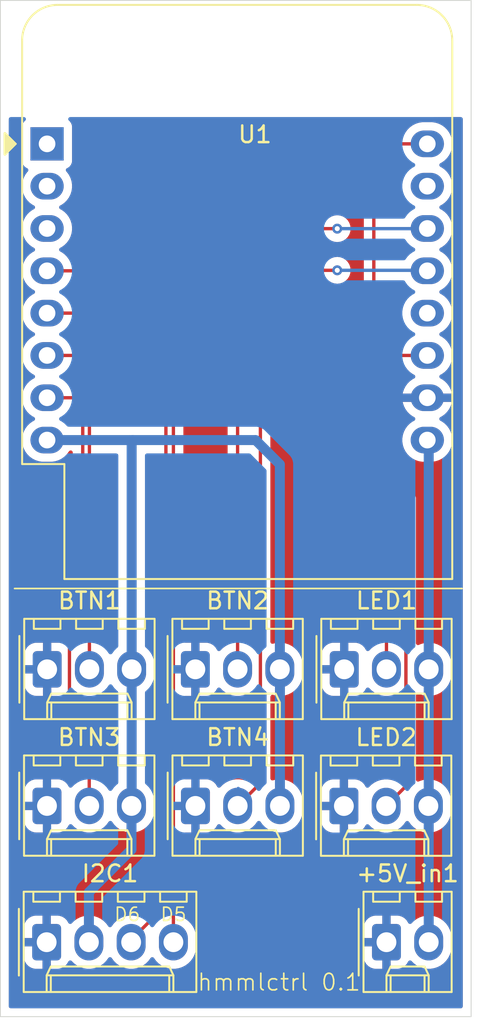
<source format=kicad_pcb>
(kicad_pcb
	(version 20240108)
	(generator "pcbnew")
	(generator_version "8.0")
	(general
		(thickness 1.6)
		(legacy_teardrops no)
	)
	(paper "A4")
	(layers
		(0 "F.Cu" signal)
		(31 "B.Cu" signal)
		(32 "B.Adhes" user "B.Adhesive")
		(33 "F.Adhes" user "F.Adhesive")
		(34 "B.Paste" user)
		(35 "F.Paste" user)
		(36 "B.SilkS" user "B.Silkscreen")
		(37 "F.SilkS" user "F.Silkscreen")
		(38 "B.Mask" user)
		(39 "F.Mask" user)
		(40 "Dwgs.User" user "User.Drawings")
		(41 "Cmts.User" user "User.Comments")
		(42 "Eco1.User" user "User.Eco1")
		(43 "Eco2.User" user "User.Eco2")
		(44 "Edge.Cuts" user)
		(45 "Margin" user)
		(46 "B.CrtYd" user "B.Courtyard")
		(47 "F.CrtYd" user "F.Courtyard")
		(48 "B.Fab" user)
		(49 "F.Fab" user)
		(50 "User.1" user)
		(51 "User.2" user)
		(52 "User.3" user)
		(53 "User.4" user)
		(54 "User.5" user)
		(55 "User.6" user)
		(56 "User.7" user)
		(57 "User.8" user)
		(58 "User.9" user)
	)
	(setup
		(pad_to_mask_clearance 0)
		(allow_soldermask_bridges_in_footprints no)
		(pcbplotparams
			(layerselection 0x00010fc_ffffffff)
			(plot_on_all_layers_selection 0x0000000_00000000)
			(disableapertmacros no)
			(usegerberextensions yes)
			(usegerberattributes no)
			(usegerberadvancedattributes no)
			(creategerberjobfile no)
			(dashed_line_dash_ratio 12.000000)
			(dashed_line_gap_ratio 3.000000)
			(svgprecision 4)
			(plotframeref no)
			(viasonmask yes)
			(mode 1)
			(useauxorigin no)
			(hpglpennumber 1)
			(hpglpenspeed 20)
			(hpglpendiameter 15.000000)
			(pdf_front_fp_property_popups yes)
			(pdf_back_fp_property_popups yes)
			(dxfpolygonmode yes)
			(dxfimperialunits yes)
			(dxfusepcbnewfont yes)
			(psnegative no)
			(psa4output no)
			(plotreference yes)
			(plotvalue no)
			(plotfptext yes)
			(plotinvisibletext no)
			(sketchpadsonfab no)
			(subtractmaskfromsilk yes)
			(outputformat 1)
			(mirror no)
			(drillshape 0)
			(scaleselection 1)
			(outputdirectory "gerber/")
		)
	)
	(net 0 "")
	(net 1 "GND")
	(net 2 "+5V")
	(net 3 "Net-(BTN1-Pin_2)")
	(net 4 "+3.3V")
	(net 5 "Net-(BTN2-Pin_2)")
	(net 6 "Net-(BTN3-Pin_2)")
	(net 7 "Net-(BTN4-Pin_2)")
	(net 8 "Net-(I2C1-Pin_3)")
	(net 9 "Net-(I2C1-Pin_4)")
	(net 10 "Net-(LED1-Pin_2)")
	(net 11 "Net-(LED2-Pin_2)")
	(net 12 "unconnected-(U1-D3-Pad12)")
	(net 13 "unconnected-(U1-RX-Pad15)")
	(net 14 "unconnected-(U1-~{RST}-Pad1)")
	(net 15 "unconnected-(U1-D0-Pad3)")
	(net 16 "unconnected-(U1-A0-Pad2)")
	(footprint "Connector_Molex:Molex_KK-254_AE-6410-03A_1x03_P2.54mm_Vertical" (layer "F.Cu") (at 90.76 69.85))
	(footprint "Connector_Molex:Molex_KK-254_AE-6410-03A_1x03_P2.54mm_Vertical" (layer "F.Cu") (at 99.675 78.05))
	(footprint "Connector_Molex:Molex_KK-254_AE-6410-03A_1x03_P2.54mm_Vertical" (layer "F.Cu") (at 90.75 78.05))
	(footprint "Connector_Molex:Molex_KK-254_AE-6410-04A_1x04_P2.54mm_Vertical" (layer "F.Cu") (at 90.73 86.23))
	(footprint "Connector_Molex:Molex_KK-254_AE-6410-03A_1x03_P2.54mm_Vertical" (layer "F.Cu") (at 108.62 69.85))
	(footprint "Connector_Molex:Molex_KK-254_AE-6410-03A_1x03_P2.54mm_Vertical" (layer "F.Cu") (at 99.67 69.85))
	(footprint "Connector_Molex:Molex_KK-254_AE-6410-02A_1x02_P2.54mm_Vertical" (layer "F.Cu") (at 111.16 86.23))
	(footprint "Connector_Molex:Molex_KK-254_AE-6410-03A_1x03_P2.54mm_Vertical" (layer "F.Cu") (at 108.6 78.055))
	(footprint "Module:WEMOS_D1_mini_light" (layer "F.Cu") (at 90.755 38.31))
	(gr_line
		(start 88.8 65)
		(end 115.7 65)
		(stroke
			(width 0.1)
			(type default)
		)
		(layer "F.SilkS")
		(uuid "5603c642-aef2-43d4-8782-1be22a89116a")
	)
	(gr_rect
		(start 87.95 29.7)
		(end 116.25 90.7)
		(stroke
			(width 0.05)
			(type default)
		)
		(fill none)
		(layer "Edge.Cuts")
		(uuid "0f72c277-9074-4a86-a9b0-f66fbb10befc")
	)
	(gr_text "hmmlctrl 0.1"
		(at 99.73 89.22 0)
		(layer "F.SilkS")
		(uuid "3fae1804-ce05-4635-8e60-c6bad3086589")
		(effects
			(font
				(size 1 1)
				(thickness 0.1)
			)
			(justify left bottom)
		)
	)
	(segment
		(start 113.7 86.23)
		(end 113.7 56.175)
		(width 0.6)
		(layer "B.Cu")
		(net 2)
		(uuid "1c258d5a-d556-4f8b-a8f3-69c2ce9fa433")
	)
	(segment
		(start 113.7 56.175)
		(end 113.615 56.09)
		(width 0.2)
		(layer "B.Cu")
		(net 2)
		(uuid "9df8b863-7724-4ac3-ac43-1e94a8aae068")
	)
	(segment
		(start 92.4 51)
		(end 92.39 51.01)
		(width 0.2)
		(layer "F.Cu")
		(net 3)
		(uuid "17b85e18-611b-490e-a1b8-1aeab60ceebc")
	)
	(segment
		(start 92.39 51.01)
		(end 90.755 51.01)
		(width 0.2)
		(layer "F.Cu")
		(net 3)
		(uuid "20e8dead-9cd0-45e1-8d14-afe845db8999")
	)
	(segment
		(start 93.3 51.9)
		(end 92.4 51)
		(width 0.2)
		(layer "F.Cu")
		(net 3)
		(uuid "95b46bd6-e55d-487f-afb3-70cb2beffd2f")
	)
	(segment
		(start 93.3 69.85)
		(end 93.3 51.9)
		(width 0.2)
		(layer "F.Cu")
		(net 3)
		(uuid "97f6e6c1-7755-47d1-84a1-78e34aa47879")
	)
	(segment
		(start 95.84 69.85)
		(end 95.84 78.04)
		(width 0.6)
		(layer "B.Cu")
		(net 4)
		(uuid "20c4f753-2034-4859-9367-95fe1755585e")
	)
	(segment
		(start 95.9 56.09)
		(end 103.29 56.09)
		(width 0.6)
		(layer "B.Cu")
		(net 4)
		(uuid "45fffc95-a55a-4b73-ba37-997b6ecdfae5")
	)
	(segment
		(start 95.84 69.85)
		(end 95.84 56.15)
		(width 0.6)
		(layer "B.Cu")
		(net 4)
		(uuid "534f29fa-9ce7-4062-8f3b-953ab7a92d82")
	)
	(segment
		(start 104.75 57.55)
		(end 104.75 69.85)
		(width 0.6)
		(layer "B.Cu")
		(net 4)
		(uuid "5bda4e5d-f0d9-4240-a113-326c1014ac76")
	)
	(segment
		(start 95.84 56.15)
		(end 95.9 56.09)
		(width 0.6)
		(layer "B.Cu")
		(net 4)
		(uuid "5f989f51-631f-4f8d-b474-9b27731e189c")
	)
	(segment
		(start 103.29 56.09)
		(end 104.75 57.55)
		(width 0.6)
		(layer "B.Cu")
		(net 4)
		(uuid "60025335-17c1-44ac-b47c-5a39239dae86")
	)
	(segment
		(start 95.83 80.67)
		(end 93.27 83.23)
		(width 0.6)
		(layer "B.Cu")
		(net 4)
		(uuid "6a1d6d53-7d14-4693-a6a4-3372bff7c777")
	)
	(segment
		(start 104.75 69.95)
		(end 104.755 69.955)
		(width 0.6)
		(layer "B.Cu")
		(net 4)
		(uuid "842b4516-5f08-4345-aba1-6f4fe92af2b7")
	)
	(segment
		(start 95.84 78.04)
		(end 95.83 78.05)
		(width 0.6)
		(layer "B.Cu")
		(net 4)
		(uuid "8d88ade1-8f77-4fd5-b1df-0ac0f268bb67")
	)
	(segment
		(start 90.755 56.09)
		(end 95.9 56.09)
		(width 0.6)
		(layer "B.Cu")
		(net 4)
		(uuid "946d9686-f75a-486a-92da-003df2415dc2")
	)
	(segment
		(start 95.83 78.05)
		(end 95.83 80.67)
		(width 0.6)
		(layer "B.Cu")
		(net 4)
		(uuid "ad645a62-72c5-4783-9d27-cfec1d17cd45")
	)
	(segment
		(start 104.755 69.955)
		(end 104.755 78.05)
		(width 0.6)
		(layer "B.Cu")
		(net 4)
		(uuid "ba683670-48a6-4f08-8c99-51c61d2a61b7")
	)
	(segment
		(start 93.27 83.23)
		(end 93.27 86.23)
		(width 0.6)
		(layer "B.Cu")
		(net 4)
		(uuid "e4e55dd4-c887-41c7-a7bf-2d1420696381")
	)
	(segment
		(start 104.75 69.85)
		(end 104.75 69.95)
		(width 0.6)
		(layer "B.Cu")
		(net 4)
		(uuid "e5b26020-a01c-433d-ac8f-ea73f8c635ec")
	)
	(segment
		(start 102.21 69.85)
		(end 102.21 47.69)
		(width 0.2)
		(layer "F.Cu")
		(net 5)
		(uuid "cad88aa4-3ce3-43b4-9af4-9c53e52a4c7c")
	)
	(segment
		(start 106.5 43.4)
		(end 108.2 43.4)
		(width 0.2)
		(layer "F.Cu")
		(net 5)
		(uuid "ed1d9938-c709-4291-84ad-1936076e78cc")
	)
	(segment
		(start 102.21 47.69)
		(end 106.5 43.4)
		(width 0.2)
		(layer "F.Cu")
		(net 5)
		(uuid "fd0972ab-eaf6-48f9-adf2-951e138ed79e")
	)
	(via
		(at 108.2 43.4)
		(size 0.6)
		(drill 0.3)
		(layers "F.Cu" "B.Cu")
		(net 5)
		(uuid "6b593136-042a-4c5d-9534-8e961c9f7867")
	)
	(segment
		(start 113.605 43.4)
		(end 113.615 43.39)
		(width 0.2)
		(layer "B.Cu")
		(net 5)
		(uuid "6080e137-c0f3-471c-8bdc-251e03159199")
	)
	(segment
		(start 108.2 43.4)
		(end 113.605 43.4)
		(width 0.2)
		(layer "B.Cu")
		(net 5)
		(uuid "e44f32eb-203b-4e9e-9a46-9ef6d4b7690a")
	)
	(segment
		(start 93.29 75.99)
		(end 93.29 78.05)
		(width 0.2)
		(layer "F.Cu")
		(net 6)
		(uuid "41ba0e0d-1f17-4cf9-9e19-217aec70ea3f")
	)
	(segment
		(start 92.9 67.7)
		(end 92.1 68.5)
		(width 0.2)
		(layer "F.Cu")
		(net 6)
		(uuid "5a422aa0-66cd-4381-a9af-2f19451eb395")
	)
	(segment
		(start 92.9 54.1)
		(end 92.9 67.7)
		(width 0.2)
		(layer "F.Cu")
		(net 6)
		(uuid "6bc11b99-9843-46a2-b2db-bf56029b1683")
	)
	(segment
		(start 90.755 53.55)
		(end 92.35 53.55)
		(width 0.2)
		(layer "F.Cu")
		(net 6)
		(uuid "a44b91c4-d3f3-4f87-aad4-4b520ce7e98a")
	)
	(segment
		(start 92.35 53.55)
		(end 92.9 54.1)
		(width 0.2)
		(layer "F.Cu")
		(net 6)
		(uuid "b7d631e0-b521-46dc-9937-3248cd432d9a")
	)
	(segment
		(start 92.1 74.8)
		(end 93.29 75.99)
		(width 0.2)
		(layer "F.Cu")
		(net 6)
		(uuid "d4c02925-912d-49f0-be8b-319debcfb17b")
	)
	(segment
		(start 92.1 68.5)
		(end 92.1 74.8)
		(width 0.2)
		(layer "F.Cu")
		(net 6)
		(uuid "f6d90b8f-1c4d-45fe-ada7-fdcb6c41145f")
	)
	(segment
		(start 103.58 47.92)
		(end 105.6 45.9)
		(width 0.2)
		(layer "F.Cu")
		(net 7)
		(uuid "00d79247-6d1b-48eb-924d-c0a3406f077b")
	)
	(segment
		(start 105.6 45.9)
		(end 108.2 45.9)
		(width 0.2)
		(layer "F.Cu")
		(net 7)
		(uuid "193a7d6b-c2f6-4cd2-906c-fed0fffad377")
	)
	(segment
		(start 102.215 78.05)
		(end 103.58 76.685)
		(width 0.2)
		(layer "F.Cu")
		(net 7)
		(uuid "2c9a8a0d-7346-44fa-8130-57260ce99893")
	)
	(segment
		(start 103.58 76.685)
		(end 103.58 47.92)
		(width 0.2)
		(layer "F.Cu")
		(net 7)
		(uuid "fa1df2af-3a71-41f9-8160-f328a8e00b0e")
	)
	(via
		(at 108.2 45.9)
		(size 0.6)
		(drill 0.3)
		(layers "F.Cu" "B.Cu")
		(net 7)
		(uuid "6f098d98-17ca-4de7-98b8-244ac0d5ea17")
	)
	(segment
		(start 113.585 45.9)
		(end 113.615 45.93)
		(width 0.2)
		(layer "B.Cu")
		(net 7)
		(uuid "13ba583e-9f6b-47f0-bd08-df667f7353a0")
	)
	(segment
		(start 102.36 77.7)
		(end 102.36 77.11)
		(width 0.2)
		(layer "B.Cu")
		(net 7)
		(uuid "3d1e63a0-4afc-4f4f-a1ab-15f504995702")
	)
	(segment
		(start 108.2 45.9)
		(end 113.585 45.9)
		(width 0.2)
		(layer "B.Cu")
		(net 7)
		(uuid "9f86c691-b6d5-43b0-b526-8e1dad037e0f")
	)
	(segment
		(start 102.36 77.11)
		(end 102.25 77)
		(width 0.2)
		(layer "B.Cu")
		(net 7)
		(uuid "f91b5b2b-9478-4e6b-910d-ef7507cecb43")
	)
	(segment
		(start 97.9 50.1)
		(end 96.27 48.47)
		(width 0.2)
		(layer "F.Cu")
		(net 8)
		(uuid "0c7f8add-3eaa-4fb0-ac2f-94d9dc3d8103")
	)
	(segment
		(start 96.27 48.47)
		(end 90.755 48.47)
		(width 0.2)
		(layer "F.Cu")
		(net 8)
		(uuid "26989978-0422-45bd-b343-257f32458abb")
	)
	(segment
		(start 97.9 84)
		(end 97.9 50.1)
		(width 0.2)
		(layer "F.Cu")
		(net 8)
		(uuid "2d80b3e6-b320-49a1-b330-66fd6e126d3c")
	)
	(segment
		(start 95.81 86.09)
		(end 97.9 84)
		(width 0.2)
		(layer "F.Cu")
		(net 8)
		(uuid "70e6bf09-d429-47c1-92ed-c022ab69d5e4")
	)
	(segment
		(start 95.81 86.23)
		(end 95.81 86.09)
		(width 0.2)
		(layer "F.Cu")
		(net 8)
		(uuid "97e8a3df-ee6e-45a8-b650-081910d2f97f")
	)
	(segment
		(start 98.35 47.35)
		(end 98.35 86.23)
		(width 0.2)
		(layer "F.Cu")
		(net 9)
		(uuid "7a901054-b0ec-43b4-97f8-df26747fddf6")
	)
	(segment
		(start 96.93 45.93)
		(end 98.35 47.35)
		(width 0.2)
		(layer "F.Cu")
		(net 9)
		(uuid "d46f4c4b-90d5-4702-8aa5-36358ed836f3")
	)
	(segment
		(start 90.755 45.93)
		(end 96.93 45.93)
		(width 0.2)
		(layer "F.Cu")
		(net 9)
		(uuid "f4e74129-1e62-411c-b3f8-98453850f733")
	)
	(segment
		(start 111.19 38.31)
		(end 113.615 38.31)
		(width 0.2)
		(layer "F.Cu")
		(net 10)
		(uuid "6859f440-dcf6-4a18-9f5d-cfe12c4baaf7")
	)
	(segment
		(start 110.4 58.5)
		(end 110.4 39.1)
		(width 0.2)
		(layer "F.Cu")
		(net 10)
		(uuid "6ff169fb-d4e8-4645-8889-81e91893e256")
	)
	(segment
		(start 111.16 69.85)
		(end 111.16 59.26)
		(width 0.2)
		(layer "F.Cu")
		(net 10)
		(uuid "ee55394d-7de3-4f24-9273-e2645cf27367")
	)
	(segment
		(start 111.16 59.26)
		(end 110.4 58.5)
		(width 0.2)
		(layer "F.Cu")
		(net 10)
		(uuid "f0cb4da3-8b4b-40ab-8463-13ce331c3a5d")
	)
	(segment
		(start 110.4 39.1)
		(end 111.19 38.31)
		(width 0.2)
		(layer "F.Cu")
		(net 10)
		(uuid "f6d62cd1-d269-414d-98ca-d818740fe356")
	)
	(segment
		(start 112.33 76.865)
		(end 112.33 59.63)
		(width 0.2)
		(layer "F.Cu")
		(net 11)
		(uuid "09ea171c-730c-4373-a449-dfb1dc5e05ef")
	)
	(segment
		(start 111.99 51.01)
		(end 113.615 51.01)
		(width 0.2)
		(layer "F.Cu")
		(net 11)
		(uuid "0f2a5229-f69c-4d4b-b969-99711ba8f693")
	)
	(segment
		(start 112.33 59.63)
		(end 110.9 58.2)
		(width 0.2)
		(layer "F.Cu")
		(net 11)
		(uuid "588cefa7-d1b9-480c-98ff-8755c2141980")
	)
	(segment
		(start 111.14 78.055)
		(end 112.33 76.865)
		(width 0.2)
		(layer "F.Cu")
		(net 11)
		(uuid "673ac5d2-72a7-45e5-b87d-162ff47ed777")
	)
	(segment
		(start 110.9 58.2)
		(end 110.9 52.1)
		(width 0.2)
		(layer "F.Cu")
		(net 11)
		(uuid "82eb5306-f0bd-4821-9c3d-1b34682767e8")
	)
	(segment
		(start 110.9 52.1)
		(end 111.99 51.01)
		(width 0.2)
		(layer "F.Cu")
		(net 11)
		(uuid "cf27f99d-2a42-4f29-9469-5594a045f468")
	)
	(zone
		(net 1)
		(net_name "GND")
		(layer "F.Cu")
		(uuid "cd9f60fc-6d54-4108-b40b-464cff04dc67")
		(hatch edge 0.5)
		(priority 1)
		(connect_pads
			(clearance 0.5)
		)
		(min_thickness 0.25)
		(filled_areas_thickness no)
		(fill yes
			(thermal_gap 0.5)
			(thermal_bridge_width 0.5)
		)
		(polygon
			(pts
				(xy 87.95 36.8) (xy 116.25 36.7) (xy 116.25 90.7) (xy 87.95 90.8)
			)
		)
		(filled_polygon
			(layer "F.Cu")
			(pts
				(xy 115.69217 36.721654) (xy 115.738112 36.774296) (xy 115.7495 36.826206) (xy 115.7495 90.0755)
				(xy 115.729815 90.142539) (xy 115.677011 90.188294) (xy 115.6255 90.1995) (xy 88.5745 90.1995) (xy 88.507461 90.179815)
				(xy 88.461706 90.127011) (xy 88.4505 90.0755) (xy 88.4505 36.921793) (xy 88.470185 36.854754) (xy 88.522989 36.808999)
				(xy 88.574058 36.797794) (xy 89.266907 36.795346) (xy 89.334013 36.814793) (xy 89.379955 36.867435)
				(xy 89.390142 36.936558) (xy 89.36661 36.993656) (xy 89.311204 37.067668) (xy 89.311202 37.067671)
				(xy 89.260908 37.202517) (xy 89.254501 37.262116) (xy 89.254501 37.262123) (xy 89.2545 37.262135)
				(xy 89.2545 39.35787) (xy 89.254501 39.357876) (xy 89.260908 39.417483) (xy 89.311202 39.552328)
				(xy 89.311206 39.552335) (xy 89.397452 39.667544) (xy 89.397455 39.667547) (xy 89.512664 39.753793)
				(xy 89.512673 39.753798) (xy 89.549914 39.767688) (xy 89.605848 39.809559) (xy 89.630266 39.875023)
				(xy 89.615415 39.943296) (xy 89.594265 39.97155) (xy 89.563027 40.002787) (xy 89.442715 40.168386)
				(xy 89.349781 40.350776) (xy 89.286522 40.545465) (xy 89.2545 40.747648) (xy 89.2545 40.952351)
				(xy 89.286522 41.154534) (xy 89.349781 41.349223) (xy 89.442715 41.531613) (xy 89.563028 41.697213)
				(xy 89.707786 41.841971) (xy 89.862749 41.954556) (xy 89.87339 41.962287) (xy 89.96484 42.008883)
				(xy 89.96608 42.009515) (xy 90.016876 42.05749) (xy 90.033671 42.125311) (xy 90.011134 42.191446)
				(xy 89.96608 42.230485) (xy 89.873386 42.277715) (xy 89.707786 42.398028) (xy 89.563028 42.542786)
				(xy 89.442715 42.708386) (xy 89.349781 42.890776) (xy 89.286522 43.085465) (xy 89.2545 43.287648)
				(xy 89.2545 43.492351) (xy 89.286522 43.694534) (xy 89.349781 43.889223) (xy 89.442715 44.071613)
				(xy 89.563028 44.237213) (xy 89.707786 44.381971) (xy 89.862749 44.494556) (xy 89.87339 44.502287)
				(xy 89.96484 44.548883) (xy 89.96608 44.549515) (xy 90.016876 44.59749) (xy 90.033671 44.665311)
				(xy 90.011134 44.731446) (xy 89.96608 44.770485) (xy 89.873386 44.817715) (xy 89.707786 44.938028)
				(xy 89.563028 45.082786) (xy 89.442715 45.248386) (xy 89.349781 45.430776) (xy 89.286522 45.625465)
				(xy 89.2545 45.827648) (xy 89.2545 46.032351) (xy 89.286522 46.234534) (xy 89.349781 46.429223)
				(xy 89.442715 46.611613) (xy 89.563028 46.777213) (xy 89.707786 46.921971) (xy 89.862749 47.034556)
				(xy 89.87339 47.042287) (xy 89.96484 47.088883) (xy 89.96608 47.089515) (xy 90.016876 47.13749)
				(xy 90.033671 47.205311) (xy 90.011134 47.271446) (xy 89.96608 47.310485) (xy 89.873386 47.357715)
				(xy 89.707786 47.478028) (xy 89.563028 47.622786) (xy 89.442715 47.788386) (xy 89.349781 47.970776)
				(xy 89.286522 48.165465) (xy 89.2545 48.367648) (xy 89.2545 48.572351) (xy 89.286522 48.774534)
				(xy 89.349781 48.969223) (xy 89.442715 49.151613) (xy 89.563028 49.317213) (xy 89.707786 49.461971)
				(xy 89.862749 49.574556) (xy 89.87339 49.582287) (xy 89.96484 49.628883) (xy 89.96608 49.629515)
				(xy 90.016876 49.67749) (xy 90.033671 49.745311) (xy 90.011134 49.811446) (xy 89.96608 49.850485)
				(xy 89.873386 49.897715) (xy 89.707786 50.018028) (xy 89.563028 50.162786) (xy 89.442715 50.328386)
				(xy 89.349781 50.510776) (xy 89.286522 50.705465) (xy 89.2545 50.907648) (xy 89.2545 51.112351)
				(xy 89.286522 51.314534) (xy 89.349781 51.509223) (xy 89.401385 51.6105) (xy 89.437682 51.681737)
				(xy 89.442715 51.691613) (xy 89.563028 51.857213) (xy 89.707786 52.001971) (xy 89.859804 52.112416)
				(xy 89.87339 52.122287) (xy 89.96484 52.168883) (xy 89.96608 52.169515) (xy 90.016876 52.21749)
				(xy 90.033671 52.285311) (xy 90.011134 52.351446) (xy 89.96608 52.390485) (xy 89.873386 52.437715)
				(xy 89.707786 52.558028) (xy 89.563028 52.702786) (xy 89.442715 52.868386) (xy 89.349781 53.050776)
				(xy 89.286522 53.245465) (xy 89.2545 53.447648) (xy 89.2545 53.652351) (xy 89.286522 53.854534)
				(xy 89.349781 54.049223) (xy 89.442715 54.231613) (xy 89.563028 54.397213) (xy 89.707786 54.541971)
				(xy 89.862749 54.654556) (xy 89.87339 54.662287) (xy 89.96484 54.708883) (xy 89.96608 54.709515)
				(xy 90.016876 54.75749) (xy 90.033671 54.825311) (xy 90.011134 54.891446) (xy 89.96608 54.930485)
				(xy 89.873386 54.977715) (xy 89.707786 55.098028) (xy 89.563028 55.242786) (xy 89.442715 55.408386)
				(xy 89.349781 55.590776) (xy 89.286522 55.785465) (xy 89.2545 55.987648) (xy 89.2545 56.192351)
				(xy 89.286522 56.394534) (xy 89.349781 56.589223) (xy 89.410941 56.709254) (xy 89.440649 56.76756)
				(xy 89.442715 56.771613) (xy 89.563028 56.937213) (xy 89.707786 57.081971) (xy 89.862749 57.194556)
				(xy 89.87339 57.202287) (xy 89.989607 57.261503) (xy 90.055776 57.295218) (xy 90.055778 57.295218)
				(xy 90.055781 57.29522) (xy 90.160137 57.329127) (xy 90.250465 57.358477) (xy 90.351557 57.374488)
				(xy 90.452648 57.3905) (xy 90.452649 57.3905) (xy 91.057351 57.3905) (xy 91.057352 57.3905) (xy 91.259534 57.358477)
				(xy 91.454219 57.29522) (xy 91.63661 57.202287) (xy 91.72959 57.134732) (xy 91.802213 57.081971)
				(xy 91.802215 57.081968) (xy 91.802219 57.081966) (xy 91.946966 56.937219) (xy 91.946968 56.937215)
				(xy 91.946971 56.937213) (xy 92.067286 56.771611) (xy 92.069769 56.76756) (xy 92.121577 56.720681)
				(xy 92.190506 56.709254) (xy 92.254671 56.736907) (xy 92.293699 56.79486) (xy 92.2995 56.832343)
				(xy 92.2995 67.399902) (xy 92.279815 67.466941) (xy 92.263181 67.487583) (xy 91.619481 68.131282)
				(xy 91.619477 68.131287) (xy 91.591054 68.180519) (xy 91.59105 68.180526) (xy 91.581606 68.196881)
				(xy 91.531036 68.245093) (xy 91.462428 68.258312) (xy 91.461622 68.258232) (xy 91.429991 68.255)
				(xy 91.01 68.255) (xy 91.01 69.30729) (xy 90.989661 69.295548) (xy 90.838333 69.255) (xy 90.681667 69.255)
				(xy 90.530339 69.295548) (xy 90.51 69.30729) (xy 90.51 68.255) (xy 90.090028 68.255) (xy 90.090012 68.255001)
				(xy 89.987302 68.265494) (xy 89.82088 68.320641) (xy 89.820875 68.320643) (xy 89.671654 68.412684)
				(xy 89.547684 68.536654) (xy 89.455643 68.685875) (xy 89.455641 68.68588) (xy 89.400494 68.852302)
				(xy 89.400493 68.852309) (xy 89.39 68.955013) (xy 89.39 69.6) (xy 90.217291 69.6) (xy 90.205548 69.620339)
				(xy 90.165 69.771667) (xy 90.165 69.928333) (xy 90.205548 70.079661) (xy 90.217291 70.1) (xy 89.390001 70.1)
				(xy 89.390001 70.744986) (xy 89.400494 70.847697) (xy 89.455641 71.014119) (xy 89.455643 71.014124)
				(xy 89.547684 71.163345) (xy 89.671654 71.287315) (xy 89.820875 71.379356) (xy 89.82088 71.379358)
				(xy 89.987302 71.434505) (xy 89.987309 71.434506) (xy 90.090019 71.444999) (xy 90.509999 71.444999)
				(xy 90.51 71.444998) (xy 90.51 70.392709) (xy 90.530339 70.404452) (xy 90.681667 70.445) (xy 90.838333 70.445)
				(xy 90.989661 70.404452) (xy 91.01 70.392709) (xy 91.01 71.444999) (xy 91.3755 71.444999) (xy 91.442539 71.464684)
				(xy 91.488294 71.517488) (xy 91.4995 71.568999) (xy 91.4995 74.71333) (xy 91.499499 74.713348) (xy 91.499499 74.879054)
				(xy 91.499498 74.879054) (xy 91.540423 75.031785) (xy 91.569358 75.0819) (xy 91.569359 75.081904)
				(xy 91.56936 75.081904) (xy 91.619479 75.168714) (xy 91.619481 75.168717) (xy 91.738349 75.287585)
				(xy 91.738355 75.28759) (xy 92.653181 76.202416) (xy 92.686666 76.263739) (xy 92.6895 76.290097)
				(xy 92.6895 76.516833) (xy 92.669815 76.583872) (xy 92.621796 76.627317) (xy 92.571703 76.652841)
				(xy 92.39718 76.77964) (xy 92.254816 76.922004) (xy 92.193493 76.955488) (xy 92.123801 76.950504)
				(xy 92.067868 76.908632) (xy 92.054748 76.886716) (xy 92.054356 76.885876) (xy 91.962315 76.736654)
				(xy 91.838345 76.612684) (xy 91.689124 76.520643) (xy 91.689119 76.520641) (xy 91.522697 76.465494)
				(xy 91.52269 76.465493) (xy 91.419986 76.455) (xy 91 76.455) (xy 91 77.50729) (xy 90.979661 77.495548)
				(xy 90.828333 77.455) (xy 90.671667 77.455) (xy 90.520339 77.495548) (xy 90.5 77.50729) (xy 90.5 76.455)
				(xy 90.080028 76.455) (xy 90.080012 76.455001) (xy 89.977302 76.465494) (xy 89.81088 76.520641)
				(xy 89.810875 76.520643) (xy 89.661654 76.612684) (xy 89.537684 76.736654) (xy 89.445643 76.885875)
				(xy 89.445641 76.88588) (xy 89.390494 77.052302) (xy 89.390493 77.052309) (xy 89.38 77.155013) (xy 89.38 77.8)
				(xy 90.207291 77.8) (xy 90.195548 77.820339) (xy 90.155 77.971667) (xy 90.155 78.128333) (xy 90.195548 78.279661)
				(xy 90.207291 78.3) (xy 89.380001 78.3) (xy 89.380001 78.944986) (xy 89.390494 79.047697) (xy 89.445641 79.214119)
				(xy 89.445643 79.214124) (xy 89.537684 79.363345) (xy 89.661654 79.487315) (xy 89.810875 79.579356)
				(xy 89.81088 79.579358) (xy 89.977302 79.634505) (xy 89.977309 79.634506) (xy 90.080019 79.644999)
				(xy 90.499999 79.644999) (xy 90.5 79.644998) (xy 90.5 78.592709) (xy 90.520339 78.604452) (xy 90.671667 78.645)
				(xy 90.828333 78.645) (xy 90.979661 78.604452) (xy 91 78.592709) (xy 91 79.644999) (xy 91.419972 79.644999)
				(xy 91.419986 79.644998) (xy 91.522697 79.634505) (xy 91.689119 79.579358) (xy 91.689124 79.579356)
				(xy 91.838345 79.487315) (xy 91.962315 79.363345) (xy 92.054354 79.214127) (xy 92.054745 79.213289)
				(xy 92.055167 79.212809) (xy 92.058149 79.207975) (xy 92.058974 79.208484) (xy 92.10091 79.160843)
				(xy 92.1681 79.141681) (xy 92.234984 79.161887) (xy 92.254816 79.177996) (xy 92.397179 79.320359)
				(xy 92.571701 79.447157) (xy 92.763911 79.545092) (xy 92.969074 79.611754) (xy 93.048973 79.624408)
				(xy 93.182134 79.6455) (xy 93.182139 79.6455) (xy 93.397866 79.6455) (xy 93.51623 79.626752) (xy 93.610926 79.611754)
				(xy 93.816089 79.545092) (xy 94.008299 79.447157) (xy 94.182821 79.320359) (xy 94.335359 79.167821)
				(xy 94.459682 78.996704) (xy 94.515012 78.95404) (xy 94.584626 78.948061) (xy 94.64642 78.980667)
				(xy 94.660315 78.996702) (xy 94.784641 79.167821) (xy 94.937179 79.320359) (xy 95.111701 79.447157)
				(xy 95.303911 79.545092) (xy 95.509074 79.611754) (xy 95.588973 79.624408) (xy 95.722134 79.6455)
				(xy 95.722139 79.6455) (xy 95.937866 79.6455) (xy 96.05623 79.626752) (xy 96.150926 79.611754) (xy 96.356089 79.545092)
				(xy 96.548299 79.447157) (xy 96.722821 79.320359) (xy 96.875359 79.167821) (xy 97.002157 78.993299)
				(xy 97.025207 78.948061) (xy 97.065015 78.869933) (xy 97.112989 78.819136) (xy 97.18081 78.802341)
				(xy 97.246945 78.824878) (xy 97.290397 78.879593) (xy 97.2995 78.926227) (xy 97.2995 83.699902)
				(xy 97.279815 83.766941) (xy 97.263181 83.787583) (xy 96.374549 84.676214) (xy 96.313226 84.709699)
				(xy 96.248551 84.706464) (xy 96.130927 84.668246) (xy 96.130922 84.668245) (xy 95.917866 84.6345)
				(xy 95.917861 84.6345) (xy 95.702139 84.6345) (xy 95.702134 84.6345) (xy 95.489077 84.668245) (xy 95.283908 84.734909)
				(xy 95.0917 84.832843) (xy 94.992129 84.905186) (xy 94.917179 84.959641) (xy 94.917177 84.959643)
				(xy 94.917176 84.959643) (xy 94.764643 85.112176) (xy 94.764643 85.112177) (xy 94.764641 85.112179)
				(xy 94.747706 85.135488) (xy 94.640318 85.283294) (xy 94.584988 85.325959) (xy 94.515374 85.331938)
				(xy 94.453579 85.299332) (xy 94.439682 85.283294) (xy 94.402639 85.232309) (xy 94.315359 85.112179)
				(xy 94.162821 84.959641) (xy 93.988299 84.832843) (xy 93.796089 84.734908) (xy 93.590926 84.668246)
				(xy 93.590924 84.668245) (xy 93.590922 84.668245) (xy 93.377866 84.6345) (xy 93.377861 84.6345)
				(xy 93.162139 84.6345) (xy 93.162134 84.6345) (xy 92.949077 84.668245) (xy 92.743908 84.734909)
				(xy 92.5517 84.832843) (xy 92.37718 84.95964) (xy 92.234816 85.102004) (xy 92.173493 85.135488)
				(xy 92.103801 85.130504) (xy 92.047868 85.088632) (xy 92.034748 85.066716) (xy 92.034356 85.065876)
				(xy 91.942315 84.916654) (xy 91.818345 84.792684) (xy 91.669124 84.700643) (xy 91.669119 84.700641)
				(xy 91.502697 84.645494) (xy 91.50269 84.645493) (xy 91.399986 84.635) (xy 90.98 84.635) (xy 90.98 85.68729)
				(xy 90.959661 85.675548) (xy 90.808333 85.635) (xy 90.651667 85.635) (xy 90.500339 85.675548) (xy 90.48 85.68729)
				(xy 90.48 84.635) (xy 90.060028 84.635) (xy 90.060012 84.635001) (xy 89.957302 84.645494) (xy 89.79088 84.700641)
				(xy 89.790875 84.700643) (xy 89.641654 84.792684) (xy 89.517684 84.916654) (xy 89.425643 85.065875)
				(xy 89.425641 85.06588) (xy 89.370494 85.232302) (xy 89.370493 85.232309) (xy 89.36 85.335013) (xy 89.36 85.98)
				(xy 90.187291 85.98) (xy 90.175548 86.000339) (xy 90.135 86.151667) (xy 90.135 86.308333) (xy 90.175548 86.459661)
				(xy 90.187291 86.48) (xy 89.360001 86.48) (xy 89.360001 87.124986) (xy 89.370494 87.227697) (xy 89.425641 87.394119)
				(xy 89.425643 87.394124) (xy 89.517684 87.543345) (xy 89.641654 87.667315) (xy 89.790875 87.759356)
				(xy 89.79088 87.759358) (xy 89.957302 87.814505) (xy 89.957309 87.814506) (xy 90.060019 87.824999)
				(xy 90.479999 87.824999) (xy 90.48 87.824998) (xy 90.48 86.772709) (xy 90.500339 86.784452) (xy 90.651667 86.825)
				(xy 90.808333 86.825) (xy 90.959661 86.784452) (xy 90.98 86.772709) (xy 90.98 87.824999) (xy 91.399972 87.824999)
				(xy 91.399986 87.824998) (xy 91.502697 87.814505) (xy 91.669119 87.759358) (xy 91.669124 87.759356)
				(xy 91.818345 87.667315) (xy 91.942315 87.543345) (xy 92.034354 87.394127) (xy 92.034745 87.393289)
				(xy 92.035167 87.392809) (xy 92.038149 87.387975) (xy 92.038974 87.388484) (xy 92.08091 87.340843)
				(xy 92.1481 87.321681) (xy 92.214984 87.341887) (xy 92.234816 87.357996) (xy 92.377179 87.500359)
				(xy 92.551701 87.627157) (xy 92.743911 87.725092) (xy 92.949074 87.791754) (xy 93.028973 87.804408)
				(xy 93.162134 87.8255) (xy 93.162139 87.8255) (xy 93.377866 87.8255) (xy 93.49623 87.806752) (xy 93.590926 87.791754)
				(xy 93.796089 87.725092) (xy 93.988299 87.627157) (xy 94.162821 87.500359) (xy 94.315359 87.347821)
				(xy 94.439682 87.176704) (xy 94.495012 87.13404) (xy 94.564626 87.128061) (xy 94.62642 87.160667)
				(xy 94.640315 87.176702) (xy 94.764641 87.347821) (xy 94.917179 87.500359) (xy 95.091701 87.627157)
				(xy 95.283911 87.725092) (xy 95.489074 87.791754) (xy 95.568973 87.804408) (xy 95.702134 87.8255)
				(xy 95.702139 87.8255) (xy 95.917866 87.8255) (xy 96.03623 87.806752) (xy 96.130926 87.791754) (xy 96.336089 87.725092)
				(xy 96.528299 87.627157) (xy 96.702821 87.500359) (xy 96.855359 87.347821) (xy 96.979682 87.176704)
				(xy 97.035012 87.13404) (xy 97.104626 87.128061) (xy 97.16642 87.160667) (xy 97.180315 87.176702)
				(xy 97.304641 87.347821) (xy 97.457179 87.500359) (xy 97.631701 87.627157) (xy 97.823911 87.725092)
				(xy 98.029074 87.791754) (xy 98.108973 87.804408) (xy 98.242134 87.8255) (xy 98.242139 87.8255)
				(xy 98.457866 87.8255) (xy 98.57623 87.806752) (xy 98.670926 87.791754) (xy 98.876089 87.725092)
				(xy 99.068299 87.627157) (xy 99.242821 87.500359) (xy 99.395359 87.347821) (xy 99.522157 87.173299)
				(xy 99.620092 86.981089) (xy 99.686754 86.775926) (xy 99.701752 86.68123) (xy 99.7205 86.562866)
				(xy 99.7205 85.897133) (xy 99.686754 85.684077) (xy 99.686754 85.684074) (xy 99.620092 85.478911)
				(xy 99.546773 85.335013) (xy 109.79 85.335013) (xy 109.79 85.98) (xy 110.617291 85.98) (xy 110.605548 86.000339)
				(xy 110.565 86.151667) (xy 110.565 86.308333) (xy 110.605548 86.459661) (xy 110.617291 86.48) (xy 109.790001 86.48)
				(xy 109.790001 87.124986) (xy 109.800494 87.227697) (xy 109.855641 87.394119) (xy 109.855643 87.394124)
				(xy 109.947684 87.543345) (xy 110.071654 87.667315) (xy 110.220875 87.759356) (xy 110.22088 87.759358)
				(xy 110.387302 87.814505) (xy 110.387309 87.814506) (xy 110.490019 87.824999) (xy 110.909999 87.824999)
				(xy 110.91 87.824998) (xy 110.91 86.772709) (xy 110.930339 86.784452) (xy 111.081667 86.825) (xy 111.238333 86.825)
				(xy 111.389661 86.784452) (xy 111.41 86.772709) (xy 111.41 87.824999) (xy 111.829972 87.824999)
				(xy 111.829986 87.824998) (xy 111.932697 87.814505) (xy 112.099119 87.759358) (xy 112.099124 87.759356)
				(xy 112.248345 87.667315) (xy 112.372315 87.543345) (xy 112.464354 87.394127) (xy 112.464745 87.393289)
				(xy 112.465167 87.392809) (xy 112.468149 87.387975) (xy 112.468974 87.388484) (xy 112.51091 87.340843)
				(xy 112.5781 87.321681) (xy 112.644984 87.341887) (xy 112.664816 87.357996) (xy 112.807179 87.500359)
				(xy 112.981701 87.627157) (xy 113.173911 87.725092) (xy 113.379074 87.791754) (xy 113.458973 87.804408)
				(xy 113.592134 87.8255) (xy 113.592139 87.8255) (xy 113.807866 87.8255) (xy 113.92623 87.806752)
				(xy 114.020926 87.791754) (xy 114.226089 87.725092) (xy 114.418299 87.627157) (xy 114.592821 87.500359)
				(xy 114.745359 87.347821) (xy 114.872157 87.173299) (xy 114.970092 86.981089) (xy 115.036754 86.775926)
				(xy 115.051752 86.68123) (xy 115.0705 86.562866) (xy 115.0705 85.897133) (xy 115.036754 85.684077)
				(xy 115.036754 85.684074) (xy 114.970092 85.478911) (xy 114.872157 85.286701) (xy 114.745359 85.112179)
				(xy 114.592821 84.959641) (xy 114.418299 84.832843) (xy 114.226089 84.734908) (xy 114.020926 84.668246)
				(xy 114.020924 84.668245) (xy 114.020922 84.668245) (xy 113.807866 84.6345) (xy 113.807861 84.6345)
				(xy 113.592139 84.6345) (xy 113.592134 84.6345) (xy 113.379077 84.668245) (xy 113.173908 84.734909)
				(xy 112.9817 84.832843) (xy 112.80718 84.95964) (xy 112.664816 85.102004) (xy 112.603493 85.135488)
				(xy 112.533801 85.130504) (xy 112.477868 85.088632) (xy 112.464748 85.066716) (xy 112.464356 85.065876)
				(xy 112.372315 84.916654) (xy 112.248345 84.792684) (xy 112.099124 84.700643) (xy 112.099119 84.700641)
				(xy 111.932697 84.645494) (xy 111.93269 84.645493) (xy 111.829986 84.635) (xy 111.41 84.635) (xy 111.41 85.68729)
				(xy 111.389661 85.675548) (xy 111.238333 85.635) (xy 111.081667 85.635) (xy 110.930339 85.675548)
				(xy 110.91 85.68729) (xy 110.91 84.635) (xy 110.490028 84.635) (xy 110.490012 84.635001) (xy 110.387302 84.645494)
				(xy 110.22088 84.700641) (xy 110.220875 84.700643) (xy 110.071654 84.792684) (xy 109.947684 84.916654)
				(xy 109.855643 85.065875) (xy 109.855641 85.06588) (xy 109.800494 85.232302) (xy 109.800493 85.232309)
				(xy 109.79 85.335013) (xy 99.546773 85.335013) (xy 99.522157 85.286701) (xy 99.395359 85.112179)
				(xy 99.242821 84.959641) (xy 99.068299 84.832843) (xy 99.068298 84.832842) (xy 99.068296 84.832841)
				(xy 99.018204 84.807317) (xy 98.967408 84.759342) (xy 98.9505 84.696833) (xy 98.9505 79.768999)
				(xy 98.970185 79.70196) (xy 99.022989 79.656205) (xy 99.0745 79.644999) (xy 99.424999 79.644999)
				(xy 99.425 79.644998) (xy 99.425 78.592709) (xy 99.445339 78.604452) (xy 99.596667 78.645) (xy 99.753333 78.645)
				(xy 99.904661 78.604452) (xy 99.925 78.592709) (xy 99.925 79.644999) (xy 100.344972 79.644999) (xy 100.344986 79.644998)
				(xy 100.447697 79.634505) (xy 100.614119 79.579358) (xy 100.614124 79.579356) (xy 100.763345 79.487315)
				(xy 100.887315 79.363345) (xy 100.979354 79.214127) (xy 100.979745 79.213289) (xy 100.980167 79.212809)
				(xy 100.983149 79.207975) (xy 100.983974 79.208484) (xy 101.02591 79.160843) (xy 101.0931 79.141681)
				(xy 101.159984 79.161887) (xy 101.179816 79.177996) (xy 101.322179 79.320359) (xy 101.496701 79.447157)
				(xy 101.688911 79.545092) (xy 101.894074 79.611754) (xy 101.973973 79.624408) (xy 102.107134 79.6455)
				(xy 102.107139 79.6455) (xy 102.322866 79.6455) (xy 102.44123 79.626752) (xy 102.535926 79.611754)
				(xy 102.741089 79.545092) (xy 102.933299 79.447157) (xy 103.107821 79.320359) (xy 103.260359 79.167821)
				(xy 103.384682 78.996704) (xy 103.440012 78.95404) (xy 103.509626 78.948061) (xy 103.57142 78.980667)
				(xy 103.585315 78.996702) (xy 103.709641 79.167821) (xy 103.862179 79.320359) (xy 104.036701 79.447157)
				(xy 104.228911 79.545092) (xy 104.434074 79.611754) (xy 104.513973 79.624408) (xy 104.647134 79.6455)
				(xy 104.647139 79.6455) (xy 104.862866 79.6455) (xy 104.98123 79.626752) (xy 105.075926 79.611754)
				(xy 105.281089 79.545092) (xy 105.473299 79.447157) (xy 105.647821 79.320359) (xy 105.800359 79.167821)
				(xy 105.927157 78.993299) (xy 106.025092 78.801089) (xy 106.091754 78.595926) (xy 106.106752 78.50123)
				(xy 106.1255 78.382866) (xy 106.1255 77.717133) (xy 106.092546 77.509077) (xy 106.091754 77.504074)
				(xy 106.025092 77.298911) (xy 105.954321 77.160013) (xy 107.23 77.160013) (xy 107.23 77.805) (xy 108.057291 77.805)
				(xy 108.045548 77.825339) (xy 108.005 77.976667) (xy 108.005 78.133333) (xy 108.045548 78.284661)
				(xy 108.057291 78.305) (xy 107.230001 78.305) (xy 107.230001 78.949986) (xy 107.240494 79.052697)
				(xy 107.295641 79.219119) (xy 107.295643 79.219124) (xy 107.387684 79.368345) (xy 107.511654 79.492315)
				(xy 107.660875 79.584356) (xy 107.66088 79.584358) (xy 107.827302 79.639505) (xy 107.827309 79.639506)
				(xy 107.930019 79.649999) (xy 108.349999 79.649999) (xy 108.35 79.649998) (xy 108.35 78.597709)
				(xy 108.370339 78.609452) (xy 108.521667 78.65) (xy 108.678333 78.65) (xy 108.829661 78.609452)
				(xy 108.85 78.597709) (xy 108.85 79.649999) (xy 109.269972 79.649999) (xy 109.269986 79.649998)
				(xy 109.372697 79.639505) (xy 109.539119 79.584358) (xy 109.539124 79.584356) (xy 109.688345 79.492315)
				(xy 109.812315 79.368345) (xy 109.904354 79.219127) (xy 109.904745 79.218289) (xy 109.905167 79.217809)
				(xy 109.908149 79.212975) (xy 109.908974 79.213484) (xy 109.95091 79.165843) (xy 110.0181 79.146681)
				(xy 110.084984 79.166887) (xy 110.104816 79.182996) (xy 110.247179 79.325359) (xy 110.421701 79.452157)
				(xy 110.613911 79.550092) (xy 110.819074 79.616754) (xy 110.898973 79.629408) (xy 111.032134 79.6505)
				(xy 111.032139 79.6505) (xy 111.247866 79.6505) (xy 111.36623 79.631752) (xy 111.460926 79.616754)
				(xy 111.666089 79.550092) (xy 111.858299 79.452157) (xy 112.032821 79.325359) (xy 112.185359 79.172821)
				(xy 112.309682 79.001704) (xy 112.365012 78.95904) (xy 112.434626 78.953061) (xy 112.49642 78.985667)
				(xy 112.510315 79.001702) (xy 112.634641 79.172821) (xy 112.787179 79.325359) (xy 112.961701 79.452157)
				(xy 113.153911 79.550092) (xy 113.359074 79.616754) (xy 113.438973 79.629408) (xy 113.572134 79.6505)
				(xy 113.572139 79.6505) (xy 113.787866 79.6505) (xy 113.90623 79.631752) (xy 114.000926 79.616754)
				(xy 114.206089 79.550092) (xy 114.398299 79.452157) (xy 114.572821 79.325359) (xy 114.725359 79.172821)
				(xy 114.852157 78.998299) (xy 114.950092 78.806089) (xy 115.016754 78.600926) (xy 115.031752 78.50623)
				(xy 115.0505 78.387866) (xy 115.0505 77.722133) (xy 115.02781 77.578882) (xy 115.016754 77.509074)
				(xy 114.950092 77.303911) (xy 114.852157 77.111701) (xy 114.725359 76.937179) (xy 114.572821 76.784641)
				(xy 114.398299 76.657843) (xy 114.206089 76.559908) (xy 114.000926 76.493246) (xy 114.000924 76.493245)
				(xy 114.000922 76.493245) (xy 113.787866 76.4595) (xy 113.787861 76.4595) (xy 113.572139 76.4595)
				(xy 113.572134 76.4595) (xy 113.359077 76.493245) (xy 113.359074 76.493246) (xy 113.238024 76.532578)
				(xy 113.153905 76.55991) (xy 113.110794 76.581876) (xy 113.042124 76.594772) (xy 112.977384 76.568495)
				(xy 112.937128 76.511388) (xy 112.9305 76.471391) (xy 112.9305 71.423418) (xy 112.950185 71.356379)
				(xy 113.002989 71.310624) (xy 113.072147 71.30068) (xy 113.110794 71.312932) (xy 113.173911 71.345092)
				(xy 113.379074 71.411754) (xy 113.452718 71.423418) (xy 113.592134 71.4455) (xy 113.592139 71.4455)
				(xy 113.807866 71.4455) (xy 113.938108 71.424871) (xy 114.020926 71.411754) (xy 114.226089 71.345092)
				(xy 114.418299 71.247157) (xy 114.592821 71.120359) (xy 114.745359 70.967821) (xy 114.872157 70.793299)
				(xy 114.970092 70.601089) (xy 115.036754 70.395926) (xy 115.051752 70.30123) (xy 115.0705 70.182866)
				(xy 115.0705 69.517133) (xy 115.036754 69.304077) (xy 115.036754 69.304074) (xy 114.970092 69.098911)
				(xy 114.872157 68.906701) (xy 114.745359 68.732179) (xy 114.592821 68.579641) (xy 114.418299 68.452843)
				(xy 114.226089 68.354908) (xy 114.020926 68.288246) (xy 114.020924 68.288245) (xy 114.020922 68.288245)
				(xy 113.807866 68.2545) (xy 113.807861 68.2545) (xy 113.592139 68.2545) (xy 113.592134 68.2545)
				(xy 113.379077 68.288245) (xy 113.173908 68.354909) (xy 113.110795 68.387067) (xy 113.042126 68.399963)
				(xy 112.977385 68.373687) (xy 112.937128 68.31658) (xy 112.9305 68.276582) (xy 112.9305 59.550945)
				(xy 112.9305 59.550943) (xy 112.889577 59.398216) (xy 112.889573 59.398209) (xy 112.810524 59.26129)
				(xy 112.810521 59.261286) (xy 112.81052 59.261284) (xy 112.698716 59.14948) (xy 112.698715 59.149479)
				(xy 112.694385 59.145149) (xy 112.694374 59.145139) (xy 111.536819 57.987584) (xy 111.503334 57.926261)
				(xy 111.5005 57.899903) (xy 111.5005 52.400097) (xy 111.520185 52.333058) (xy 111.536819 52.312416)
				(xy 111.847269 52.001966) (xy 112.138998 51.710236) (xy 112.20032 51.676753) (xy 112.270012 51.681737)
				(xy 112.325945 51.723609) (xy 112.326996 51.725034) (xy 112.423028 51.857213) (xy 112.567786 52.001971)
				(xy 112.719804 52.112416) (xy 112.73339 52.122287) (xy 112.805424 52.15899) (xy 112.826629 52.169795)
				(xy 112.877425 52.21777) (xy 112.89422 52.285591) (xy 112.871682 52.351726) (xy 112.826629 52.390765)
				(xy 112.73365 52.43814) (xy 112.568105 52.558417) (xy 112.568104 52.558417) (xy 112.423417 52.703104)
				(xy 112.423417 52.703105) (xy 112.30314 52.86865) (xy 112.210244 53.05097) (xy 112.147009 53.245586)
				(xy 112.138391 53.3) (xy 113.181988 53.3) (xy 113.149075 53.357007) (xy 113.115 53.484174) (xy 113.115 53.615826)
				(xy 113.149075 53.742993) (xy 113.181988 53.8) (xy 112.138391 53.8) (xy 112.147009 53.854413) (xy 112.210244 54.049029)
				(xy 112.30314 54.231349) (xy 112.423417 54.396894) (xy 112.423417 54.396895) (xy 112.568104 54.541582)
				(xy 112.733652 54.661861) (xy 112.826628 54.709234) (xy 112.877425 54.757208) (xy 112.89422 54.825029)
				(xy 112.871683 54.891164) (xy 112.82663 54.930203) (xy 112.733388 54.977713) (xy 112.567786 55.098028)
				(xy 112.423028 55.242786) (xy 112.302715 55.408386) (xy 112.209781 55.590776) (xy 112.146522 55.785465)
				(xy 112.1145 55.987648) (xy 112.1145 56.192351) (xy 112.146522 56.394534) (xy 112.209781 56.589223)
				(xy 112.270941 56.709254) (xy 112.300649 56.76756) (xy 112.302715 56.771613) (xy 112.423028 56.937213)
				(xy 112.567786 57.081971) (xy 112.722749 57.194556) (xy 112.73339 57.202287) (xy 112.849607 57.261503)
				(xy 112.915776 57.295218) (xy 112.915778 57.295218) (xy 112.915781 57.29522) (xy 113.020137 57.329127)
				(xy 113.110465 57.358477) (xy 113.211557 57.374488) (xy 113.312648 57.3905) (xy 113.312649 57.3905)
				(xy 113.917351 57.3905) (xy 113.917352 57.3905) (xy 114.119534 57.358477) (xy 114.314219 57.29522)
				(xy 114.49661 57.202287) (xy 114.58959 57.134732) (xy 114.662213 57.081971) (xy 114.662215 57.081968)
				(xy 114.662219 57.081966) (xy 114.806966 56.937219) (xy 114.806968 56.937215) (xy 114.806971 56.937213)
				(xy 114.883162 56.832343) (xy 114.927287 56.77161) (xy 115.02022 56.589219) (xy 115.083477 56.394534)
				(xy 115.1155 56.192352) (xy 115.1155 55.987648) (xy 115.083477 55.785466) (xy 115.02022 55.590781)
				(xy 115.020218 55.590778) (xy 115.020218 55.590776) (xy 114.986503 55.524607) (xy 114.927287 55.40839)
				(xy 114.883162 55.347656) (xy 114.806971 55.242786) (xy 114.662213 55.098028) (xy 114.496611 54.977713)
				(xy 114.403369 54.930203) (xy 114.352574 54.882229) (xy 114.335779 54.814407) (xy 114.358317 54.748273)
				(xy 114.403371 54.709234) (xy 114.496347 54.661861) (xy 114.661894 54.541582) (xy 114.661895 54.541582)
				(xy 114.806582 54.396895) (xy 114.806582 54.396894) (xy 114.926859 54.231349) (xy 115.019755 54.049029)
				(xy 115.08299 53.854413) (xy 115.091609 53.8) (xy 114.048012 53.8) (xy 114.080925 53.742993) (xy 114.115 53.615826)
				(xy 114.115 53.484174) (xy 114.080925 53.357007) (xy 114.048012 53.3) (xy 115.091609 53.3) (xy 115.08299 53.245586)
				(xy 115.019755 53.05097) (xy 114.926859 52.86865) (xy 114.806582 52.703105) (xy 114.806582 52.703104)
				(xy 114.661895 52.558417) (xy 114.496349 52.43814) (xy 114.40337 52.390765) (xy 114.352574 52.34279)
				(xy 114.335779 52.274969) (xy 114.358316 52.208835) (xy 114.40337 52.169795) (xy 114.40392 52.169515)
				(xy 114.49661 52.122287) (xy 114.51777 52.106913) (xy 114.662213 52.001971) (xy 114.662215 52.001968)
				(xy 114.662219 52.001966) (xy 114.806966 51.857219) (xy 114.806968 51.857215) (xy 114.806971 51.857213)
				(xy 114.903003 51.725034) (xy 114.927287 51.69161) (xy 115.02022 51.509219) (xy 115.083477 51.314534)
				(xy 115.1155 51.112352) (xy 115.1155 50.907648) (xy 115.083477 50.705466) (xy 115.02022 50.510781)
				(xy 115.020218 50.510778) (xy 115.020218 50.510776) (xy 114.984371 50.440423) (xy 114.927287 50.32839)
				(xy 114.915681 50.312416) (xy 114.806971 50.162786) (xy 114.662213 50.018028) (xy 114.496614 49.897715)
				(xy 114.490006 49.894348) (xy 114.403917 49.850483) (xy 114.353123 49.802511) (xy 114.336328 49.73469)
				(xy 114.358865 49.668555) (xy 114.403917 49.629516) (xy 114.49661 49.582287) (xy 114.51777 49.566913)
				(xy 114.662213 49.461971) (xy 114.662215 49.461968) (xy 114.662219 49.461966) (xy 114.806966 49.317219)
				(xy 114.806968 49.317215) (xy 114.806971 49.317213) (xy 114.859732 49.24459) (xy 114.927287 49.15161)
				(xy 115.02022 48.969219) (xy 115.083477 48.774534) (xy 115.1155 48.572352) (xy 115.1155 48.367648)
				(xy 115.083477 48.165466) (xy 115.079445 48.153058) (xy 115.026296 47.989481) (xy 115.02022 47.970781)
				(xy 115.020218 47.970778) (xy 115.020218 47.970776) (xy 114.986503 47.904607) (xy 114.927287 47.78839)
				(xy 114.894797 47.743671) (xy 114.806971 47.622786) (xy 114.662213 47.478028) (xy 114.496614 47.357715)
				(xy 114.490006 47.354348) (xy 114.403917 47.310483) (xy 114.353123 47.262511) (xy 114.336328 47.19469)
				(xy 114.358865 47.128555) (xy 114.403917 47.089516) (xy 114.49661 47.042287) (xy 114.580574 46.981284)
				(xy 114.662213 46.921971) (xy 114.662215 46.921968) (xy 114.662219 46.921966) (xy 114.806966 46.777219)
				(xy 114.806968 46.777215) (xy 114.806971 46.777213) (xy 114.916985 46.625789) (xy 114.927287 46.61161)
				(xy 115.02022 46.429219) (xy 115.083477 46.234534) (xy 115.1155 46.032352) (xy 115.1155 45.827648)
				(xy 115.083477 45.625466) (xy 115.02022 45.430781) (xy 115.020218 45.430778) (xy 115.020218 45.430776)
				(xy 114.986503 45.364607) (xy 114.927287 45.24839) (xy 114.911754 45.227011) (xy 114.806971 45.082786)
				(xy 114.662213 44.938028) (xy 114.496614 44.817715) (xy 114.490006 44.814348) (xy 114.403917 44.770483)
				(xy 114.353123 44.722511) (xy 114.336328 44.65469) (xy 114.358865 44.588555) (xy 114.403917 44.549516)
				(xy 114.49661 44.502287) (xy 114.51777 44.486913) (xy 114.662213 44.381971) (xy 114.662215 44.381968)
				(xy 114.662219 44.381966) (xy 114.806966 44.237219) (xy 114.806968 44.237215) (xy 114.806971 44.237213)
				(xy 114.887924 44.125789) (xy 114.927287 44.07161) (xy 115.02022 43.889219) (xy 115.083477 43.694534)
				(xy 115.1155 43.492352) (xy 115.1155 43.287648) (xy 115.083477 43.085466) (xy 115.02022 42.890781)
				(xy 115.020218 42.890778) (xy 115.020218 42.890776) (xy 114.960581 42.773734) (xy 114.927287 42.70839)
				(xy 114.902455 42.674211) (xy 114.806971 42.542786) (xy 114.662213 42.398028) (xy 114.496614 42.277715)
				(xy 114.490006 42.274348) (xy 114.403917 42.230483) (xy 114.353123 42.182511) (xy 114.336328 42.11469)
				(xy 114.358865 42.048555) (xy 114.403917 42.009516) (xy 114.49661 41.962287) (xy 114.51777 41.946913)
				(xy 114.662213 41.841971) (xy 114.662215 41.841968) (xy 114.662219 41.841966) (xy 114.806966 41.697219)
				(xy 114.806968 41.697215) (xy 114.806971 41.697213) (xy 114.859732 41.62459) (xy 114.927287 41.53161)
				(xy 115.02022 41.349219) (xy 115.083477 41.154534) (xy 115.1155 40.952352) (xy 115.1155 40.747648)
				(xy 115.083477 40.545466) (xy 115.02022 40.350781) (xy 115.020218 40.350778) (xy 115.020218 40.350776)
				(xy 114.986503 40.284607) (xy 114.927287 40.16839) (xy 114.919556 40.157749) (xy 114.806971 40.002786)
				(xy 114.662213 39.858028) (xy 114.496614 39.737715) (xy 114.490006 39.734348) (xy 114.403917 39.690483)
				(xy 114.353123 39.642511) (xy 114.336328 39.57469) (xy 114.358865 39.508555) (xy 114.403917 39.469516)
				(xy 114.49661 39.422287) (xy 114.527152 39.400097) (xy 114.662213 39.301971) (xy 114.662215 39.301968)
				(xy 114.662219 39.301966) (xy 114.806966 39.157219) (xy 114.806968 39.157215) (xy 114.806971 39.157213)
				(xy 114.859732 39.08459) (xy 114.927287 38.99161) (xy 115.02022 38.809219) (xy 115.083477 38.614534)
				(xy 115.1155 38.412352) (xy 115.1155 38.207648) (xy 115.083477 38.005466) (xy 115.02022 37.810781)
				(xy 115.020218 37.810778) (xy 115.020218 37.810776) (xy 114.986503 37.744607) (xy 114.927287 37.62839)
				(xy 114.919556 37.617749) (xy 114.806971 37.462786) (xy 114.662213 37.318028) (xy 114.496613 37.197715)
				(xy 114.496612 37.197714) (xy 114.49661 37.197713) (xy 114.439653 37.168691) (xy 114.314223 37.104781)
				(xy 114.119534 37.041522) (xy 113.944995 37.013878) (xy 113.917352 37.0095) (xy 113.312648 37.0095)
				(xy 113.288329 37.013351) (xy 113.110465 37.041522) (xy 112.915776 37.104781) (xy 112.733386 37.197715)
				(xy 112.567786 37.318028) (xy 112.423028 37.462786) (xy 112.302715 37.628385) (xy 112.295883 37.641795)
				(xy 112.247909 37.692591) (xy 112.185398 37.7095) (xy 111.27667 37.7095) (xy 111.276654 37.709499)
				(xy 111.269058 37.709499) (xy 111.110943 37.709499) (xy 111.034579 37.729961) (xy 110.958214 37.750423)
				(xy 110.958209 37.750426) (xy 110.82129 37.829475) (xy 110.821282 37.829481) (xy 109.919481 38.731282)
				(xy 109.919475 38.73129) (xy 109.874485 38.809217) (xy 109.874485 38.809218) (xy 109.840423 38.868214)
				(xy 109.840423 38.868215) (xy 109.799499 39.020943) (xy 109.799499 39.020945) (xy 109.799499 39.189046)
				(xy 109.7995 39.189059) (xy 109.7995 58.41333) (xy 109.799499 58.413348) (xy 109.799499 58.579054)
				(xy 109.799498 58.579054) (xy 109.799499 58.579057) (xy 109.840423 58.731785) (xy 109.840424 58.731786)
				(xy 109.856468 58.759577) (xy 109.856469 58.759578) (xy 109.919475 58.868709) (xy 109.919481 58.868717)
				(xy 110.038349 58.987585) (xy 110.038355 58.98759) (xy 110.523181 59.472416) (xy 110.556666 59.533739)
				(xy 110.5595 59.560097) (xy 110.5595 68.316833) (xy 110.539815 68.383872) (xy 110.491796 68.427317)
				(xy 110.441703 68.452841) (xy 110.26718 68.57964) (xy 110.124816 68.722004) (xy 110.063493 68.755488)
				(xy 109.993801 68.750504) (xy 109.937868 68.708632) (xy 109.924748 68.686716) (xy 109.924356 68.685876)
				(xy 109.832315 68.536654) (xy 109.708345 68.412684) (xy 109.559124 68.320643) (xy 109.559119 68.320641)
				(xy 109.392697 68.265494) (xy 109.39269 68.265493) (xy 109.289986 68.255) (xy 108.87 68.255) (xy 108.87 69.30729)
				(xy 108.849661 69.295548) (xy 108.698333 69.255) (xy 108.541667 69.255) (xy 108.390339 69.295548)
				(xy 108.37 69.30729) (xy 108.37 68.255) (xy 107.950028 68.255) (xy 107.950012 68.255001) (xy 107.847302 68.265494)
				(xy 107.68088 68.320641) (xy 107.680875 68.320643) (xy 107.531654 68.412684) (xy 107.407684 68.536654)
				(xy 107.315643 68.685875) (xy 107.315641 68.68588) (xy 107.260494 68.852302) (xy 107.260493 68.852309)
				(xy 107.25 68.955013) (xy 107.25 69.6) (xy 108.077291 69.6) (xy 108.065548 69.620339) (xy 108.025 69.771667)
				(xy 108.025 69.928333) (xy 108.065548 70.079661) (xy 108.077291 70.1) (xy 107.250001 70.1) (xy 107.250001 70.744986)
				(xy 107.260494 70.847697) (xy 107.315641 71.014119) (xy 107.315643 71.014124) (xy 107.407684 71.163345)
				(xy 107.531654 71.287315) (xy 107.680875 71.379356) (xy 107.68088 71.379358) (xy 107.847302 71.434505)
				(xy 107.847309 71.434506) (xy 107.950019 71.444999) (xy 108.369999 71.444999) (xy 108.37 71.444998)
				(xy 108.37 70.392709) (xy 108.390339 70.404452) (xy 108.541667 70.445) (xy 108.698333 70.445) (xy 108.849661 70.404452)
				(xy 108.87 70.392709) (xy 108.87 71.444999) (xy 109.289972 71.444999) (xy 109.289986 71.444998)
				(xy 109.392697 71.434505) (xy 109.559119 71.379358) (xy 109.559124 71.379356) (xy 109.708345 71.287315)
				(xy 109.832315 71.163345) (xy 109.924354 71.014127) (xy 109.924745 71.013289) (xy 109.925167 71.012809)
				(xy 109.928149 71.007975) (xy 109.928974 71.008484) (xy 109.97091 70.960843) (xy 110.0381 70.941681)
				(xy 110.104984 70.961887) (xy 110.124816 70.977996) (xy 110.267179 71.120359) (xy 110.441701 71.247157)
				(xy 110.633911 71.345092) (xy 110.839074 71.411754) (xy 110.912718 71.423418) (xy 111.052134 71.4455)
				(xy 111.052139 71.4455) (xy 111.267866 71.4455) (xy 111.364708 71.43016) (xy 111.480926 71.411754)
				(xy 111.567183 71.383726) (xy 111.637023 71.381732) (xy 111.696856 71.417812) (xy 111.727684 71.480513)
				(xy 111.7295 71.501658) (xy 111.7295 76.40984) (xy 111.709815 76.476879) (xy 111.657011 76.522634)
				(xy 111.587853 76.532578) (xy 111.567182 76.527771) (xy 111.551372 76.522634) (xy 111.460926 76.493246)
				(xy 111.460924 76.493245) (xy 111.460922 76.493245) (xy 111.247866 76.4595) (xy 111.247861 76.4595)
				(xy 111.032139 76.4595) (xy 111.032134 76.4595) (xy 110.819077 76.493245) (xy 110.613908 76.559909)
				(xy 110.4217 76.657843) (xy 110.24718 76.78464) (xy 110.104816 76.927004) (xy 110.043493 76.960488)
				(xy 109.973801 76.955504) (xy 109.917868 76.913632) (xy 109.904748 76.891716) (xy 109.904356 76.890876)
				(xy 109.812315 76.741654) (xy 109.688345 76.617684) (xy 109.539124 76.525643) (xy 109.539119 76.525641)
				(xy 109.372697 76.470494) (xy 109.37269 76.470493) (xy 109.269986 76.46) (xy 108.85 76.46) (xy 108.85 77.51229)
				(xy 108.829661 77.500548) (xy 108.678333 77.46) (xy 108.521667 77.46) (xy 108.370339 77.500548)
				(xy 108.35 77.51229) (xy 108.35 76.46) (xy 107.930028 76.46) (xy 107.930012 76.460001) (xy 107.827302 76.470494)
				(xy 107.66088 76.525641) (xy 107.660875 76.525643) (xy 107.511654 76.617684) (xy 107.387684 76.741654)
				(xy 107.295643 76.890875) (xy 107.295641 76.89088) (xy 107.240494 77.057302) (xy 107.240493 77.057309)
				(xy 107.23 77.160013) (xy 105.954321 77.160013) (xy 105.927157 77.106701) (xy 105.800359 76.932179)
				(xy 105.647821 76.779641) (xy 105.473299 76.652843) (xy 105.281089 76.554908) (xy 105.075926 76.488246)
				(xy 105.075924 76.488245) (xy 105.075922 76.488245) (xy 104.862866 76.4545) (xy 104.862861 76.4545)
				(xy 104.647139 76.4545) (xy 104.647134 76.4545) (xy 104.434077 76.488245) (xy 104.434072 76.488246)
				(xy 104.342817 76.517896) (xy 104.272976 76.519891) (xy 104.213143 76.48381) (xy 104.182316 76.421108)
				(xy 104.1805 76.399965) (xy 104.1805 71.501658) (xy 104.200185 71.434619) (xy 104.252989 71.388864)
				(xy 104.322147 71.37892) (xy 104.342809 71.383724) (xy 104.429074 71.411754) (xy 104.535606 71.428627)
				(xy 104.642134 71.4455) (xy 104.642139 71.4455) (xy 104.857866 71.4455) (xy 104.988108 71.424871)
				(xy 105.070926 71.411754) (xy 105.276089 71.345092) (xy 105.468299 71.247157) (xy 105.642821 71.120359)
				(xy 105.795359 70.967821) (xy 105.922157 70.793299) (xy 106.020092 70.601089) (xy 106.086754 70.395926)
				(xy 106.101752 70.30123) (xy 106.1205 70.182866) (xy 106.1205 69.517133) (xy 106.086754 69.304077)
				(xy 106.086754 69.304074) (xy 106.020092 69.098911) (xy 105.922157 68.906701) (xy 105.795359 68.732179)
				(xy 105.642821 68.579641) (xy 105.468299 68.452843) (xy 105.276089 68.354908) (xy 105.070926 68.288246)
				(xy 105.070924 68.288245) (xy 105.070922 68.288245) (xy 104.857866 68.2545) (xy 104.857861 68.2545)
				(xy 104.642139 68.2545) (xy 104.642134 68.2545) (xy 104.429077 68.288245) (xy 104.429072 68.288246)
				(xy 104.342817 68.316272) (xy 104.272976 68.318267) (xy 104.213144 68.282186) (xy 104.182316 68.219485)
				(xy 104.1805 68.198341) (xy 104.1805 48.220097) (xy 104.200185 48.153058) (xy 104.216819 48.132416)
				(xy 105.812416 46.536819) (xy 105.873739 46.503334) (xy 105.900097 46.5005) (xy 107.617588 46.5005)
				(xy 107.684627 46.520185) (xy 107.694903 46.527555) (xy 107.697736 46.529814) (xy 107.697738 46.529816)
				(xy 107.756628 46.566819) (xy 107.827918 46.611614) (xy 107.850478 46.625789) (xy 108.020745 46.685368)
				(xy 108.02075 46.685369) (xy 108.199996 46.705565) (xy 108.2 46.705565) (xy 108.200004 46.705565)
				(xy 108.379249 46.685369) (xy 108.379252 46.685368) (xy 108.379255 46.685368) (xy 108.549522 46.625789)
				(xy 108.702262 46.529816) (xy 108.829816 46.402262) (xy 108.925789 46.249522) (xy 108.985368 46.079255)
				(xy 109.005565 45.9) (xy 108.985368 45.720745) (xy 108.925789 45.550478) (xy 108.829816 45.397738)
				(xy 108.702262 45.270184) (xy 108.633553 45.227011) (xy 108.549523 45.174211) (xy 108.379254 45.114631)
				(xy 108.379249 45.11463) (xy 108.200004 45.094435) (xy 108.199996 45.094435) (xy 108.02075 45.11463)
				(xy 108.020745 45.114631) (xy 107.850476 45.174211) (xy 107.697736 45.270185) (xy 107.694903 45.272445)
				(xy 107.692724 45.273334) (xy 107.691842 45.273889) (xy 107.691744 45.273734) (xy 107.630217 45.298855)
				(xy 107.617588 45.2995) (xy 105.749096 45.2995) (xy 105.682057 45.279815) (xy 105.636302 45.227011)
				(xy 105.626358 45.157853) (xy 105.655383 45.094297) (xy 105.661415 45.087819) (xy 106.087712 44.661523)
				(xy 106.712416 44.036819) (xy 106.773739 44.003334) (xy 106.800097 44.0005) (xy 107.617588 44.0005)
				(xy 107.684627 44.020185) (xy 107.694903 44.027555) (xy 107.697736 44.029814) (xy 107.697738 44.029816)
				(xy 107.850478 44.125789) (xy 108.020745 44.185368) (xy 108.02075 44.185369) (xy 108.199996 44.205565)
				(xy 108.2 44.205565) (xy 108.200004 44.205565) (xy 108.379249 44.185369) (xy 108.379252 44.185368)
				(xy 108.379255 44.185368) (xy 108.549522 44.125789) (xy 108.702262 44.029816) (xy 108.829816 43.902262)
				(xy 108.925789 43.749522) (xy 108.985368 43.579255) (xy 109.005565 43.4) (xy 108.992906 43.287648)
				(xy 108.985369 43.22075) (xy 108.985368 43.220745) (xy 108.925788 43.050476) (xy 108.829815 42.897737)
				(xy 108.702262 42.770184) (xy 108.549523 42.674211) (xy 108.379254 42.614631) (xy 108.379249 42.61463)
				(xy 108.200004 42.594435) (xy 108.199996 42.594435) (xy 108.02075 42.61463) (xy 108.020745 42.614631)
				(xy 107.850476 42.674211) (xy 107.697736 42.770185) (xy 107.694903 42.772445) (xy 107.692724 42.773334)
				(xy 107.691842 42.773889) (xy 107.691744 42.773734) (xy 107.630217 42.798855) (xy 107.617588 42.7995)
				(xy 106.579057 42.7995) (xy 106.420943 42.7995) (xy 106.268215 42.840423) (xy 106.268214 42.840423)
				(xy 106.268212 42.840424) (xy 106.268209 42.840425) (xy 106.233066 42.860716) (xy 106.233064 42.860717)
				(xy 106.13129 42.919475) (xy 106.131282 42.919481) (xy 101.729481 47.321282) (xy 101.729479 47.321285)
				(xy 101.679361 47.408094) (xy 101.679359 47.408096) (xy 101.650425 47.458209) (xy 101.650424 47.45821)
				(xy 101.650423 47.458215) (xy 101.609499 47.610943) (xy 101.609499 47.610945) (xy 101.609499 47.779046)
				(xy 101.6095 47.779059) (xy 101.6095 68.316833) (xy 101.589815 68.383872) (xy 101.541796 68.427317)
				(xy 101.491703 68.452841) (xy 101.31718 68.57964) (xy 101.174816 68.722004) (xy 101.113493 68.755488)
				(xy 101.043801 68.750504) (xy 100.987868 68.708632) (xy 100.974748 68.686716) (xy 100.974356 68.685876)
				(xy 100.882315 68.536654) (xy 100.758345 68.412684) (xy 100.609124 68.320643) (xy 100.609119 68.320641)
				(xy 100.442697 68.265494) (xy 100.44269 68.265493) (xy 100.339986 68.255) (xy 99.92 68.255) (xy 99.92 69.30729)
				(xy 99.899661 69.295548) (xy 99.748333 69.255) (xy 99.591667 69.255) (xy 99.440339 69.295548) (xy 99.42 69.30729)
				(xy 99.42 68.255) (xy 99.0745 68.255) (xy 99.007461 68.235315) (xy 98.961706 68.182511) (xy 98.9505 68.131)
				(xy 98.9505 47.270943) (xy 98.950499 47.270939) (xy 98.939664 47.230501) (xy 98.939664 47.2305)
				(xy 98.909577 47.118215) (xy 98.880639 47.068095) (xy 98.83052 46.981284) (xy 98.718716 46.86948)
				(xy 98.718715 46.869479) (xy 98.714385 46.865149) (xy 98.714374 46.865139) (xy 97.41759 45.568355)
				(xy 97.417588 45.568352) (xy 97.298717 45.449481) (xy 97.298709 45.449475) (xy 97.209095 45.397737)
				(xy 97.209094 45.397737) (xy 97.189099 45.386193) (xy 97.161785 45.370423) (xy 97.009057 45.329499)
				(xy 96.850943 45.329499) (xy 96.843347 45.329499) (xy 96.843331 45.3295) (xy 92.184602 45.3295)
				(xy 92.117563 45.309815) (xy 92.074117 45.261795) (xy 92.067284 45.248385) (xy 91.946971 45.082786)
				(xy 91.802213 44.938028) (xy 91.636614 44.817715) (xy 91.630006 44.814348) (xy 91.543917 44.770483)
				(xy 91.493123 44.722511) (xy 91.476328 44.65469) (xy 91.498865 44.588555) (xy 91.543917 44.549516)
				(xy 91.63661 44.502287) (xy 91.65777 44.486913) (xy 91.802213 44.381971) (xy 91.802215 44.381968)
				(xy 91.802219 44.381966) (xy 91.946966 44.237219) (xy 91.946968 44.237215) (xy 91.946971 44.237213)
				(xy 92.027924 44.125789) (xy 92.067287 44.07161) (xy 92.16022 43.889219) (xy 92.223477 43.694534)
				(xy 92.2555 43.492352) (xy 92.2555 43.287648) (xy 92.223477 43.085466) (xy 92.16022 42.890781) (xy 92.160218 42.890778)
				(xy 92.160218 42.890776) (xy 92.100581 42.773734) (xy 92.067287 42.70839) (xy 92.042455 42.674211)
				(xy 91.946971 42.542786) (xy 91.802213 42.398028) (xy 91.636614 42.277715) (xy 91.630006 42.274348)
				(xy 91.543917 42.230483) (xy 91.493123 42.182511) (xy 91.476328 42.11469) (xy 91.498865 42.048555)
				(xy 91.543917 42.009516) (xy 91.63661 41.962287) (xy 91.65777 41.946913) (xy 91.802213 41.841971)
				(xy 91.802215 41.841968) (xy 91.802219 41.841966) (xy 91.946966 41.697219) (xy 91.946968 41.697215)
				(xy 91.946971 41.697213) (xy 91.999732 41.62459) (xy 92.067287 41.53161) (xy 92.16022 41.349219)
				(xy 92.223477 41.154534) (xy 92.2555 40.952352) (xy 92.2555 40.747648) (xy 92.223477 40.545466)
				(xy 92.16022 40.350781) (xy 92.160218 40.350778) (xy 92.160218 40.350776) (xy 92.126503 40.284607)
				(xy 92.067287 40.16839) (xy 92.059556 40.157749) (xy 91.946971 40.002786) (xy 91.915736 39.971551)
				(xy 91.882251 39.910228) (xy 91.887235 39.840536) (xy 91.929107 39.784603) (xy 91.96008 39.767689)
				(xy 91.997331 39.753796) (xy 92.112546 39.667546) (xy 92.198796 39.552331) (xy 92.249091 39.417483)
				(xy 92.2555 39.357873) (xy 92.255499 37.262128) (xy 92.249091 37.202517) (xy 92.247299 37.197713)
				(xy 92.198797 37.067671) (xy 92.198795 37.067668) (xy 92.179222 37.041522) (xy 92.135539 36.983168)
				(xy 92.111122 36.917707) (xy 92.125973 36.849434) (xy 92.175378 36.800028) (xy 92.234364 36.78486)
				(xy 115.625066 36.702208)
			)
		)
		(filled_polygon
			(layer "F.Cu")
			(pts
				(xy 99.92 71.444999) (xy 100.339972 71.444999) (xy 100.339986 71.444998) (xy 100.442697 71.434505)
				(xy 100.609119 71.379358) (xy 100.609124 71.379356) (xy 100.758345 71.287315) (xy 100.882315 71.163345)
				(xy 100.974354 71.014127) (xy 100.974745 71.013289) (xy 100.975167 71.012809) (xy 100.978149 71.007975)
				(xy 100.978974 71.008484) (xy 101.02091 70.960843) (xy 101.0881 70.941681) (xy 101.154984 70.961887)
				(xy 101.174816 70.977996) (xy 101.317179 71.120359) (xy 101.491701 71.247157) (xy 101.683911 71.345092)
				(xy 101.889074 71.411754) (xy 101.962718 71.423418) (xy 102.102134 71.4455) (xy 102.102139 71.4455)
				(xy 102.317866 71.4455) (xy 102.448108 71.424871) (xy 102.530926 71.411754) (xy 102.736089 71.345092)
				(xy 102.799205 71.312932) (xy 102.867874 71.300037) (xy 102.932615 71.326313) (xy 102.972872 71.38342)
				(xy 102.9795 71.423418) (xy 102.9795 76.384902) (xy 102.959815 76.451941) (xy 102.94318 76.472584)
				(xy 102.884133 76.53163) (xy 102.82281 76.565114) (xy 102.753118 76.560129) (xy 102.743662 76.555973)
				(xy 102.741096 76.55491) (xy 102.635627 76.520641) (xy 102.535926 76.488246) (xy 102.535924 76.488245)
				(xy 102.535922 76.488245) (xy 102.322866 76.4545) (xy 102.322861 76.4545) (xy 102.107139 76.4545)
				(xy 102.107134 76.4545) (xy 101.894077 76.488245) (xy 101.688908 76.554909) (xy 101.4967 76.652843)
				(xy 101.32218 76.77964) (xy 101.179816 76.922004) (xy 101.118493 76.955488) (xy 101.048801 76.950504)
				(xy 100.992868 76.908632) (xy 100.979748 76.886716) (xy 100.979356 76.885876) (xy 100.887315 76.736654)
				(xy 100.763345 76.612684) (xy 100.614124 76.520643) (xy 100.614119 76.520641) (xy 100.447697 76.465494)
				(xy 100.44769 76.465493) (xy 100.344986 76.455) (xy 99.925 76.455) (xy 99.925 77.50729) (xy 99.904661 77.495548)
				(xy 99.753333 77.455) (xy 99.596667 77.455) (xy 99.445339 77.495548) (xy 99.425 77.50729) (xy 99.425 76.455)
				(xy 99.0745 76.455) (xy 99.007461 76.435315) (xy 98.961706 76.382511) (xy 98.9505 76.331) (xy 98.9505 71.568999)
				(xy 98.970185 71.50196) (xy 99.022989 71.456205) (xy 99.0745 71.444999) (xy 99.419999 71.444999)
				(xy 99.42 71.444998) (xy 99.42 70.392709) (xy 99.440339 70.404452) (xy 99.591667 70.445) (xy 99.748333 70.445)
				(xy 99.899661 70.404452) (xy 99.92 70.392709)
			)
		)
	)
	(zone
		(net 1)
		(net_name "GND")
		(layer "B.Cu")
		(uuid "10f2acfb-f063-46a0-a117-c397cb2162a6")
		(hatch edge 0.5)
		(connect_pads
			(clearance 0.5)
		)
		(min_thickness 0.25)
		(filled_areas_thickness no)
		(fill yes
			(thermal_gap 0.5)
			(thermal_bridge_width 0.5)
		)
		(polygon
			(pts
				(xy 87.95 36.7) (xy 89.35 36.7) (xy 89.35 36.7) (xy 115 36.7) (xy 115 36.7) (xy 116.25 36.7) (xy 116.25 90.7)
				(xy 87.95 90.7)
			)
		)
		(filled_polygon
			(layer "B.Cu")
			(pts
				(xy 89.429171 36.719685) (xy 89.474926 36.772489) (xy 89.48487 36.841647) (xy 89.455845 36.905203)
				(xy 89.436444 36.923266) (xy 89.397452 36.952455) (xy 89.311206 37.067664) (xy 89.311202 37.067671)
				(xy 89.260908 37.202517) (xy 89.254501 37.262116) (xy 89.254501 37.262123) (xy 89.2545 37.262135)
				(xy 89.2545 39.35787) (xy 89.254501 39.357876) (xy 89.260908 39.417483) (xy 89.311202 39.552328)
				(xy 89.311206 39.552335) (xy 89.397452 39.667544) (xy 89.397455 39.667547) (xy 89.512664 39.753793)
				(xy 89.512673 39.753798) (xy 89.549914 39.767688) (xy 89.605848 39.809559) (xy 89.630266 39.875023)
				(xy 89.615415 39.943296) (xy 89.594265 39.97155) (xy 89.563027 40.002787) (xy 89.442715 40.168386)
				(xy 89.349781 40.350776) (xy 89.286522 40.545465) (xy 89.2545 40.747648) (xy 89.2545 40.952351)
				(xy 89.286522 41.154534) (xy 89.349781 41.349223) (xy 89.442715 41.531613) (xy 89.563028 41.697213)
				(xy 89.707786 41.841971) (xy 89.862749 41.954556) (xy 89.87339 41.962287) (xy 89.96484 42.008883)
				(xy 89.96608 42.009515) (xy 90.016876 42.05749) (xy 90.033671 42.125311) (xy 90.011134 42.191446)
				(xy 89.96608 42.230485) (xy 89.873386 42.277715) (xy 89.707786 42.398028) (xy 89.563028 42.542786)
				(xy 89.442715 42.708386) (xy 89.349781 42.890776) (xy 89.286522 43.085465) (xy 89.2545 43.287648)
				(xy 89.2545 43.492351) (xy 89.286522 43.694534) (xy 89.349781 43.889223) (xy 89.442715 44.071613)
				(xy 89.563028 44.237213) (xy 89.707786 44.381971) (xy 89.862749 44.494556) (xy 89.87339 44.502287)
				(xy 89.96484 44.548883) (xy 89.96608 44.549515) (xy 90.016876 44.59749) (xy 90.033671 44.665311)
				(xy 90.011134 44.731446) (xy 89.96608 44.770485) (xy 89.873386 44.817715) (xy 89.707786 44.938028)
				(xy 89.563028 45.082786) (xy 89.442716 45.248385) (xy 89.442714 45.248387) (xy 89.442713 45.24839)
				(xy 89.426701 45.279815) (xy 89.349781 45.430776) (xy 89.286522 45.625465) (xy 89.2545 45.827648)
				(xy 89.2545 46.032351) (xy 89.286522 46.234534) (xy 89.349781 46.429223) (xy 89.442715 46.611613)
				(xy 89.563028 46.777213) (xy 89.707786 46.921971) (xy 89.862749 47.034556) (xy 89.87339 47.042287)
				(xy 89.96484 47.088883) (xy 89.96608 47.089515) (xy 90.016876 47.13749) (xy 90.033671 47.205311)
				(xy 90.011134 47.271446) (xy 89.96608 47.310485) (xy 89.873386 47.357715) (xy 89.707786 47.478028)
				(xy 89.563028 47.622786) (xy 89.442715 47.788386) (xy 89.349781 47.970776) (xy 89.286522 48.165465)
				(xy 89.2545 48.367648) (xy 89.2545 48.572351) (xy 89.286522 48.774534) (xy 89.349781 48.969223)
				(xy 89.442715 49.151613) (xy 89.563028 49.317213) (xy 89.707786 49.461971) (xy 89.862749 49.574556)
				(xy 89.87339 49.582287) (xy 89.96484 49.628883) (xy 89.96608 49.629515) (xy 90.016876 49.67749)
				(xy 90.033671 49.745311) (xy 90.011134 49.811446) (xy 89.96608 49.850485) (xy 89.873386 49.897715)
				(xy 89.707786 50.018028) (xy 89.563028 50.162786) (xy 89.442715 50.328386) (xy 89.349781 50.510776)
				(xy 89.286522 50.705465) (xy 89.2545 50.907648) (xy 89.2545 51.112351) (xy 89.286522 51.314534)
				(xy 89.349781 51.509223) (xy 89.442715 51.691613) (xy 89.563028 51.857213) (xy 89.707786 52.001971)
				(xy 89.862749 52.114556) (xy 89.87339 52.122287) (xy 89.96484 52.168883) (xy 89.96608 52.169515)
				(xy 90.016876 52.21749) (xy 90.033671 52.285311) (xy 90.011134 52.351446) (xy 89.96608 52.390485)
				(xy 89.873386 52.437715) (xy 89.707786 52.558028) (xy 89.563028 52.702786) (xy 89.442715 52.868386)
				(xy 89.349781 53.050776) (xy 89.286522 53.245465) (xy 89.2545 53.447648) (xy 89.2545 53.652351)
				(xy 89.286522 53.854534) (xy 89.349781 54.049223) (xy 89.442715 54.231613) (xy 89.563028 54.397213)
				(xy 89.707786 54.541971) (xy 89.862749 54.654556) (xy 89.87339 54.662287) (xy 89.96484 54.708883)
				(xy 89.96608 54.709515) (xy 90.016876 54.75749) (xy 90.033671 54.825311) (xy 90.011134 54.891446)
				(xy 89.96608 54.930485) (xy 89.873386 54.977715) (xy 89.707786 55.098028) (xy 89.563028 55.242786)
				(xy 89.442715 55.408386) (xy 89.349781 55.590776) (xy 89.286522 55.785465) (xy 89.2545 55.987648)
				(xy 89.2545 56.192351) (xy 89.286522 56.394534) (xy 89.349781 56.589223) (xy 89.442715 56.771613)
				(xy 89.563028 56.937213) (xy 89.707786 57.081971) (xy 89.862749 57.194556) (xy 89.87339 57.202287)
				(xy 89.971793 57.252426) (xy 90.055776 57.295218) (xy 90.055778 57.295218) (xy 90.055781 57.29522)
				(xy 90.121305 57.31651) (xy 90.250465 57.358477) (xy 90.351557 57.374488) (xy 90.452648 57.3905)
				(xy 90.452649 57.3905) (xy 91.057351 57.3905) (xy 91.057352 57.3905) (xy 91.259534 57.358477) (xy 91.454219 57.29522)
				(xy 91.63661 57.202287) (xy 91.72959 57.134732) (xy 91.802213 57.081971) (xy 91.802215 57.081968)
				(xy 91.802219 57.081966) (xy 91.946966 56.937219) (xy 91.946972 56.93721) (xy 91.949748 56.933962)
				(xy 92.008258 56.895773) (xy 92.044033 56.8905) (xy 94.9155 56.8905) (xy 94.982539 56.910185) (xy 95.028294 56.962989)
				(xy 95.0395 57.0145) (xy 95.0395 68.449384) (xy 95.019815 68.516423) (xy 94.988387 68.549701) (xy 94.947179 68.57964)
				(xy 94.794643 68.732176) (xy 94.794643 68.732177) (xy 94.794641 68.732179) (xy 94.777706 68.755488)
				(xy 94.670318 68.903294) (xy 94.614988 68.945959) (xy 94.545374 68.951938) (xy 94.483579 68.919332)
				(xy 94.469682 68.903294) (xy 94.432639 68.852309) (xy 94.345359 68.732179) (xy 94.192821 68.579641)
				(xy 94.018299 68.452843) (xy 93.826089 68.354908) (xy 93.620926 68.288246) (xy 93.620924 68.288245)
				(xy 93.620922 68.288245) (xy 93.407866 68.2545) (xy 93.407861 68.2545) (xy 93.192139 68.2545) (xy 93.192134 68.2545)
				(xy 92.979077 68.288245) (xy 92.773908 68.354909) (xy 92.5817 68.452843) (xy 92.40718 68.57964)
				(xy 92.264816 68.722004) (xy 92.203493 68.755488) (xy 92.133801 68.750504) (xy 92.077868 68.708632)
				(xy 92.064748 68.686716) (xy 92.064356 68.685876) (xy 91.972315 68.536654) (xy 91.848345 68.412684)
				(xy 91.699124 68.320643) (xy 91.699119 68.320641) (xy 91.532697 68.265494) (xy 91.53269 68.265493)
				(xy 91.429986 68.255) (xy 91.01 68.255) (xy 91.01 69.30729) (xy 90.989661 69.295548) (xy 90.838333 69.255)
				(xy 90.681667 69.255) (xy 90.530339 69.295548) (xy 90.51 69.30729) (xy 90.51 68.255) (xy 90.090028 68.255)
				(xy 90.090012 68.255001) (xy 89.987302 68.265494) (xy 89.82088 68.320641) (xy 89.820875 68.320643)
				(xy 89.671654 68.412684) (xy 89.547684 68.536654) (xy 89.455643 68.685875) (xy 89.455641 68.68588)
				(xy 89.400494 68.852302) (xy 89.400493 68.852309) (xy 89.39 68.955013) (xy 89.39 69.6) (xy 90.217291 69.6)
				(xy 90.205548 69.620339) (xy 90.165 69.771667) (xy 90.165 69.928333) (xy 90.205548 70.079661) (xy 90.217291 70.1)
				(xy 89.390001 70.1) (xy 89.390001 70.744986) (xy 89.400494 70.847697) (xy 89.455641 71.014119) (xy 89.455643 71.014124)
				(xy 89.547684 71.163345) (xy 89.671654 71.287315) (xy 89.820875 71.379356) (xy 89.82088 71.379358)
				(xy 89.987302 71.434505) (xy 89.987309 71.434506) (xy 90.090019 71.444999) (xy 90.509999 71.444999)
				(xy 90.51 71.444998) (xy 90.51 70.392709) (xy 90.530339 70.404452) (xy 90.681667 70.445) (xy 90.838333 70.445)
				(xy 90.989661 70.404452) (xy 91.01 70.392709) (xy 91.01 71.444999) (xy 91.429972 71.444999) (xy 91.429986 71.444998)
				(xy 91.532697 71.434505) (xy 91.699119 71.379358) (xy 91.699124 71.379356) (xy 91.848345 71.287315)
				(xy 91.972315 71.163345) (xy 92.064354 71.014127) (xy 92.064745 71.013289) (xy 92.065167 71.012809)
				(xy 92.068149 71.007975) (xy 92.068974 71.008484) (xy 92.11091 70.960843) (xy 92.1781 70.941681)
				(xy 92.244984 70.961887) (xy 92.264816 70.977996) (xy 92.407179 71.120359) (xy 92.581701 71.247157)
				(xy 92.773911 71.345092) (xy 92.979074 71.411754) (xy 93.058973 71.424408) (xy 93.192134 71.4455)
				(xy 93.192139 71.4455) (xy 93.407866 71.4455) (xy 93.52623 71.426752) (xy 93.620926 71.411754) (xy 93.826089 71.345092)
				(xy 94.018299 71.247157) (xy 94.192821 71.120359) (xy 94.345359 70.967821) (xy 94.469682 70.796704)
				(xy 94.525012 70.75404) (xy 94.594626 70.748061) (xy 94.65642 70.780667) (xy 94.670315 70.796702)
				(xy 94.794641 70.967821) (xy 94.947179 71.120359) (xy 94.988385 71.150297) (xy 95.031051 71.205624)
				(xy 95.0395 71.250614) (xy 95.0395 76.642119) (xy 95.019815 76.709158) (xy 94.988386 76.742437)
				(xy 94.937177 76.779642) (xy 94.784643 76.932176) (xy 94.784643 76.932177) (xy 94.784641 76.932179)
				(xy 94.707729 77.038038) (xy 94.660318 77.103294) (xy 94.604988 77.145959) (xy 94.535374 77.151938)
				(xy 94.473579 77.119332) (xy 94.459682 77.103294) (xy 94.437435 77.072674) (xy 94.335359 76.932179)
				(xy 94.182821 76.779641) (xy 94.008299 76.652843) (xy 93.816089 76.554908) (xy 93.610926 76.488246)
				(xy 93.610924 76.488245) (xy 93.610922 76.488245) (xy 93.397866 76.4545) (xy 93.397861 76.4545)
				(xy 93.182139 76.4545) (xy 93.182134 76.4545) (xy 92.969077 76.488245) (xy 92.763908 76.554909)
				(xy 92.5717 76.652843) (xy 92.39718 76.77964) (xy 92.254816 76.922004) (xy 92.193493 76.955488)
				(xy 92.123801 76.950504) (xy 92.067868 76.908632) (xy 92.054748 76.886716) (xy 92.054356 76.885876)
				(xy 91.962315 76.736654) (xy 91.838345 76.612684) (xy 91.689124 76.520643) (xy 91.689119 76.520641)
				(xy 91.522697 76.465494) (xy 91.52269 76.465493) (xy 91.419986 76.455) (xy 91 76.455) (xy 91 77.50729)
				(xy 90.979661 77.495548) (xy 90.828333 77.455) (xy 90.671667 77.455) (xy 90.520339 77.495548) (xy 90.5 77.50729)
				(xy 90.5 76.455) (xy 90.080028 76.455) (xy 90.080012 76.455001) (xy 89.977302 76.465494) (xy 89.81088 76.520641)
				(xy 89.810875 76.520643) (xy 89.661654 76.612684) (xy 89.537684 76.736654) (xy 89.445643 76.885875)
				(xy 89.445641 76.88588) (xy 89.390494 77.052302) (xy 89.390493 77.052309) (xy 89.38 77.155013) (xy 89.38 77.8)
				(xy 90.207291 77.8) (xy 90.195548 77.820339) (xy 90.155 77.971667) (xy 90.155 78.128333) (xy 90.195548 78.279661)
				(xy 90.207291 78.3) (xy 89.380001 78.3) (xy 89.380001 78.944986) (xy 89.390494 79.047697) (xy 89.445641 79.214119)
				(xy 89.445643 79.214124) (xy 89.537684 79.363345) (xy 89.661654 79.487315) (xy 89.810875 79.579356)
				(xy 89.81088 79.579358) (xy 89.977302 79.634505) (xy 89.977309 79.634506) (xy 90.080019 79.644999)
				(xy 90.499999 79.644999) (xy 90.5 79.644998) (xy 90.5 78.592709) (xy 90.520339 78.604452) (xy 90.671667 78.645)
				(xy 90.828333 78.645) (xy 90.979661 78.604452) (xy 91 78.592709) (xy 91 79.644999) (xy 91.419972 79.644999)
				(xy 91.419986 79.644998) (xy 91.522697 79.634505) (xy 91.689119 79.579358) (xy 91.689124 79.579356)
				(xy 91.838345 79.487315) (xy 91.962315 79.363345) (xy 92.054354 79.214127) (xy 92.054745 79.213289)
				(xy 92.055167 79.212809) (xy 92.058149 79.207975) (xy 92.058974 79.208484) (xy 92.10091 79.160843)
				(xy 92.1681 79.141681) (xy 92.234984 79.161887) (xy 92.254816 79.177996) (xy 92.397179 79.320359)
				(xy 92.571701 79.447157) (xy 92.763911 79.545092) (xy 92.969074 79.611754) (xy 93.048973 79.624408)
				(xy 93.182134 79.6455) (xy 93.182139 79.6455) (xy 93.397866 79.6455) (xy 93.51623 79.626752) (xy 93.610926 79.611754)
				(xy 93.816089 79.545092) (xy 94.008299 79.447157) (xy 94.182821 79.320359) (xy 94.335359 79.167821)
				(xy 94.459682 78.996704) (xy 94.515012 78.95404) (xy 94.584626 78.948061) (xy 94.64642 78.980667)
				(xy 94.660315 78.996702) (xy 94.784641 79.167821) (xy 94.937179 79.320359) (xy 94.978385 79.350297)
				(xy 95.021051 79.405624) (xy 95.0295 79.450614) (xy 95.0295 80.28706) (xy 95.009815 80.354099) (xy 94.993181 80.374741)
				(xy 92.759711 82.608211) (xy 92.70396 82.663962) (xy 92.648209 82.719712) (xy 92.560609 82.850814)
				(xy 92.560602 82.850827) (xy 92.500264 82.996498) (xy 92.500261 82.99651) (xy 92.4695 83.151153)
				(xy 92.4695 84.829384) (xy 92.449815 84.896423) (xy 92.418387 84.929701) (xy 92.377181 84.959639)
				(xy 92.234816 85.102004) (xy 92.173493 85.135488) (xy 92.103801 85.130504) (xy 92.047868 85.088632)
				(xy 92.034748 85.066716) (xy 92.034356 85.065876) (xy 91.942315 84.916654) (xy 91.818345 84.792684)
				(xy 91.669124 84.700643) (xy 91.669119 84.700641) (xy 91.502697 84.645494) (xy 91.50269 84.645493)
				(xy 91.399986 84.635) (xy 90.98 84.635) (xy 90.98 85.68729) (xy 90.959661 85.675548) (xy 90.808333 85.635)
				(xy 90.651667 85.635) (xy 90.500339 85.675548) (xy 90.48 85.68729) (xy 90.48 84.635) (xy 90.060028 84.635)
				(xy 90.060012 84.635001) (xy 89.957302 84.645494) (xy 89.79088 84.700641) (xy 89.790875 84.700643)
				(xy 89.641654 84.792684) (xy 89.517684 84.916654) (xy 89.425643 85.065875) (xy 89.425641 85.06588)
				(xy 89.370494 85.232302) (xy 89.370493 85.232309) (xy 89.36 85.335013) (xy 89.36 85.98) (xy 90.187291 85.98)
				(xy 90.175548 86.000339) (xy 90.135 86.151667) (xy 90.135 86.308333) (xy 90.175548 86.459661) (xy 90.187291 86.48)
				(xy 89.360001 86.48) (xy 89.360001 87.124986) (xy 89.370494 87.227697) (xy 89.425641 87.394119)
				(xy 89.425643 87.394124) (xy 89.517684 87.543345) (xy 89.641654 87.667315) (xy 89.790875 87.759356)
				(xy 89.79088 87.759358) (xy 89.957302 87.814505) (xy 89.957309 87.814506) (xy 90.060019 87.824999)
				(xy 90.479999 87.824999) (xy 90.48 87.824998) (xy 90.48 86.772709) (xy 90.500339 86.784452) (xy 90.651667 86.825)
				(xy 90.808333 86.825) (xy 90.959661 86.784452) (xy 90.98 86.772709) (xy 90.98 87.824999) (xy 91.399972 87.824999)
				(xy 91.399986 87.824998) (xy 91.502697 87.814505) (xy 91.669119 87.759358) (xy 91.669124 87.759356)
				(xy 91.818345 87.667315) (xy 91.942315 87.543345) (xy 92.034354 87.394127) (xy 92.034745 87.393289)
				(xy 92.035167 87.392809) (xy 92.038149 87.387975) (xy 92.038974 87.388484) (xy 92.08091 87.340843)
				(xy 92.1481 87.321681) (xy 92.214984 87.341887) (xy 92.234816 87.357996) (xy 92.377179 87.500359)
				(xy 92.551701 87.627157) (xy 92.743911 87.725092) (xy 92.949074 87.791754) (xy 93.028973 87.804408)
				(xy 93.162134 87.8255) (xy 93.162139 87.8255) (xy 93.377866 87.8255) (xy 93.49623 87.806752) (xy 93.590926 87.791754)
				(xy 93.796089 87.725092) (xy 93.988299 87.627157) (xy 94.162821 87.500359) (xy 94.315359 87.347821)
				(xy 94.439682 87.176704) (xy 94.495012 87.13404) (xy 94.564626 87.128061) (xy 94.62642 87.160667)
				(xy 94.640315 87.176702) (xy 94.764641 87.347821) (xy 94.917179 87.500359) (xy 95.091701 87.627157)
				(xy 95.283911 87.725092) (xy 95.489074 87.791754) (xy 95.568973 87.804408) (xy 95.702134 87.8255)
				(xy 95.702139 87.8255) (xy 95.917866 87.8255) (xy 96.03623 87.806752) (xy 96.130926 87.791754) (xy 96.336089 87.725092)
				(xy 96.528299 87.627157) (xy 96.702821 87.500359) (xy 96.855359 87.347821) (xy 96.979682 87.176704)
				(xy 97.035012 87.13404) (xy 97.104626 87.128061) (xy 97.16642 87.160667) (xy 97.180315 87.176702)
				(xy 97.304641 87.347821) (xy 97.457179 87.500359) (xy 97.631701 87.627157) (xy 97.823911 87.725092)
				(xy 98.029074 87.791754) (xy 98.108973 87.804408) (xy 98.242134 87.8255) (xy 98.242139 87.8255)
				(xy 98.457866 87.8255) (xy 98.57623 87.806752) (xy 98.670926 87.791754) (xy 98.876089 87.725092)
				(xy 99.068299 87.627157) (xy 99.242821 87.500359) (xy 99.395359 87.347821) (xy 99.522157 87.173299)
				(xy 99.620092 86.981089) (xy 99.686754 86.775926) (xy 99.701752 86.68123) (xy 99.7205 86.562866)
				(xy 99.7205 85.897133) (xy 99.686754 85.684077) (xy 99.686754 85.684074) (xy 99.620092 85.478911)
				(xy 99.522157 85.286701) (xy 99.395359 85.112179) (xy 99.242821 84.959641) (xy 99.068299 84.832843)
				(xy 98.876089 84.734908) (xy 98.670926 84.668246) (xy 98.670924 84.668245) (xy 98.670922 84.668245)
				(xy 98.457866 84.6345) (xy 98.457861 84.6345) (xy 98.242139 84.6345) (xy 98.242134 84.6345) (xy 98.029077 84.668245)
				(xy 97.823908 84.734909) (xy 97.6317 84.832843) (xy 97.574544 84.87437) (xy 97.457179 84.959641)
				(xy 97.457177 84.959643) (xy 97.457176 84.959643) (xy 97.304643 85.112176) (xy 97.304643 85.112177)
				(xy 97.304641 85.112179) (xy 97.287706 85.135488) (xy 97.180318 85.283294) (xy 97.124988 85.325959)
				(xy 97.055374 85.331938) (xy 96.993579 85.299332) (xy 96.979682 85.283294) (xy 96.942639 85.232309)
				(xy 96.855359 85.112179) (xy 96.702821 84.959641) (xy 96.528299 84.832843) (xy 96.336089 84.734908)
				(xy 96.130926 84.668246) (xy 96.130924 84.668245) (xy 96.130922 84.668245) (xy 95.917866 84.6345)
				(xy 95.917861 84.6345) (xy 95.702139 84.6345) (xy 95.702134 84.6345) (xy 95.489077 84.668245) (xy 95.283908 84.734909)
				(xy 95.0917 84.832843) (xy 95.034544 84.87437) (xy 94.917179 84.959641) (xy 94.917177 84.959643)
				(xy 94.917176 84.959643) (xy 94.764643 85.112176) (xy 94.764643 85.112177) (xy 94.764641 85.112179)
				(xy 94.747706 85.135488) (xy 94.640318 85.283294) (xy 94.584988 85.325959) (xy 94.515374 85.331938)
				(xy 94.453579 85.299332) (xy 94.439682 85.283294) (xy 94.402639 85.232309) (xy 94.315359 85.112179)
				(xy 94.162821 84.959641) (xy 94.162818 84.959639) (xy 94.121613 84.929701) (xy 94.078948 84.87437)
				(xy 94.0705 84.829384) (xy 94.0705 83.61294) (xy 94.090185 83.545901) (xy 94.106819 83.525259) (xy 96.451786 81.180292)
				(xy 96.451789 81.180289) (xy 96.539394 81.049179) (xy 96.599738 80.903497) (xy 96.6305 80.748842)
				(xy 96.6305 80.591157) (xy 96.6305 79.450614) (xy 96.650185 79.383575) (xy 96.681612 79.350298)
				(xy 96.722821 79.320359) (xy 96.875359 79.167821) (xy 97.002157 78.993299) (xy 97.100092 78.801089)
				(xy 97.166754 78.595926) (xy 97.181752 78.50123) (xy 97.2005 78.382866) (xy 97.2005 77.717133) (xy 97.167546 77.509077)
				(xy 97.166754 77.504074) (xy 97.100092 77.298911) (xy 97.002157 77.106701) (xy 96.875359 76.932179)
				(xy 96.722821 76.779641) (xy 96.708493 76.769231) (xy 96.691614 76.756967) (xy 96.648948 76.701637)
				(xy 96.6405 76.65665) (xy 96.6405 71.250614) (xy 96.660185 71.183575) (xy 96.691612 71.150298) (xy 96.732821 71.120359)
				(xy 96.885359 70.967821) (xy 97.012157 70.793299) (xy 97.110092 70.601089) (xy 97.176754 70.395926)
				(xy 97.191752 70.30123) (xy 97.2105 70.182866) (xy 97.2105 69.517133) (xy 97.176754 69.304077) (xy 97.176754 69.304074)
				(xy 97.110092 69.098911) (xy 97.012157 68.906701) (xy 96.885359 68.732179) (xy 96.732821 68.579641)
				(xy 96.691613 68.549701) (xy 96.648948 68.49437) (xy 96.6405 68.449384) (xy 96.6405 57.0145) (xy 96.660185 56.947461)
				(xy 96.712989 56.901706) (xy 96.7645 56.8905) (xy 102.90706 56.8905) (xy 102.974099 56.910185) (xy 102.994741 56.926819)
				(xy 103.913181 57.845259) (xy 103.946666 57.906582) (xy 103.9495 57.93294) (xy 103.9495 68.449384)
				(xy 103.929815 68.516423) (xy 103.898387 68.549701) (xy 103.857179 68.57964) (xy 103.704643 68.732176)
				(xy 103.704643 68.732177) (xy 103.704641 68.732179) (xy 103.687706 68.755488) (xy 103.580318 68.903294)
				(xy 103.524988 68.945959) (xy 103.455374 68.951938) (xy 103.393579 68.919332) (xy 103.379682 68.903294)
				(xy 103.342639 68.852309) (xy 103.255359 68.732179) (xy 103.102821 68.579641) (xy 102.928299 68.452843)
				(xy 102.736089 68.354908) (xy 102.530926 68.288246) (xy 102.530924 68.288245) (xy 102.530922 68.288245)
				(xy 102.317866 68.2545) (xy 102.317861 68.2545) (xy 102.102139 68.2545) (xy 102.102134 68.2545)
				(xy 101.889077 68.288245) (xy 101.683908 68.354909) (xy 101.4917 68.452843) (xy 101.31718 68.57964)
				(xy 101.174816 68.722004) (xy 101.113493 68.755488) (xy 101.043801 68.750504) (xy 100.987868 68.708632)
				(xy 100.974748 68.686716) (xy 100.974356 68.685876) (xy 100.882315 68.536654) (xy 100.758345 68.412684)
				(xy 100.609124 68.320643) (xy 100.609119 68.320641) (xy 100.442697 68.265494) (xy 100.44269 68.265493)
				(xy 100.339986 68.255) (xy 99.92 68.255) (xy 99.92 69.30729) (xy 99.899661 69.295548) (xy 99.748333 69.255)
				(xy 99.591667 69.255) (xy 99.440339 69.295548) (xy 99.42 69.30729) (xy 99.42 68.255) (xy 99.000028 68.255)
				(xy 99.000012 68.255001) (xy 98.897302 68.265494) (xy 98.73088 68.320641) (xy 98.730875 68.320643)
				(xy 98.581654 68.412684) (xy 98.457684 68.536654) (xy 98.365643 68.685875) (xy 98.365641 68.68588)
				(xy 98.310494 68.852302) (xy 98.310493 68.852309) (xy 98.3 68.955013) (xy 98.3 69.6) (xy 99.127291 69.6)
				(xy 99.115548 69.620339) (xy 99.075 69.771667) (xy 99.075 69.928333) (xy 99.115548 70.079661) (xy 99.127291 70.1)
				(xy 98.300001 70.1) (xy 98.300001 70.744986) (xy 98.310494 70.847697) (xy 98.365641 71.014119) (xy 98.365643 71.014124)
				(xy 98.457684 71.163345) (xy 98.581654 71.287315) (xy 98.730875 71.379356) (xy 98.73088 71.379358)
				(xy 98.897302 71.434505) (xy 98.897309 71.434506) (xy 99.000019 71.444999) (xy 99.419999 71.444999)
				(xy 99.42 71.444998) (xy 99.42 70.392709) (xy 99.440339 70.404452) (xy 99.591667 70.445) (xy 99.748333 70.445)
				(xy 99.899661 70.404452) (xy 99.92 70.392709) (xy 99.92 71.444999) (xy 100.339972 71.444999) (xy 100.339986 71.444998)
				(xy 100.442697 71.434505) (xy 100.609119 71.379358) (xy 100.609124 71.379356) (xy 100.758345 71.287315)
				(xy 100.882315 71.163345) (xy 100.974354 71.014127) (xy 100.974745 71.013289) (xy 100.975167 71.012809)
				(xy 100.978149 71.007975) (xy 100.978974 71.008484) (xy 101.02091 70.960843) (xy 101.0881 70.941681)
				(xy 101.154984 70.961887) (xy 101.174816 70.977996) (xy 101.317179 71.120359) (xy 101.491701 71.247157)
				(xy 101.683911 71.345092) (xy 101.889074 71.411754) (xy 101.968973 71.424408) (xy 102.102134 71.4455)
				(xy 102.102139 71.4455) (xy 102.317866 71.4455) (xy 102.43623 71.426752) (xy 102.530926 71.411754)
				(xy 102.736089 71.345092) (xy 102.928299 71.247157) (xy 103.102821 71.120359) (xy 103.255359 70.967821)
				(xy 103.379682 70.796704) (xy 103.435012 70.75404) (xy 103.504626 70.748061) (xy 103.56642 70.780667)
				(xy 103.580315 70.796702) (xy 103.704641 70.967821) (xy 103.857179 71.120359) (xy 103.903387 71.153931)
				(xy 103.946051 71.209258) (xy 103.9545 71.254247) (xy 103.9545 76.649384) (xy 103.934815 76.716423)
				(xy 103.903387 76.749701) (xy 103.862179 76.77964) (xy 103.709643 76.932176) (xy 103.709643 76.932177)
				(xy 103.709641 76.932179) (xy 103.632729 77.038038) (xy 103.585318 77.103294) (xy 103.529988 77.145959)
				(xy 103.460374 77.151938) (xy 103.398579 77.119332) (xy 103.384682 77.103294) (xy 103.362435 77.072674)
				(xy 103.260359 76.932179) (xy 103.107821 76.779641) (xy 102.933299 76.652843) (xy 102.912252 76.642119)
				(xy 102.741089 76.554907) (xy 102.613936 76.513591) (xy 102.590256 76.503048) (xy 102.481788 76.440424)
				(xy 102.481789 76.440424) (xy 102.469263 76.437067) (xy 102.329057 76.399499) (xy 102.170943 76.399499)
				(xy 102.079306 76.424053) (xy 102.018213 76.440423) (xy 102.01821 76.440425) (xy 101.9709 76.467739)
				(xy 101.928302 76.482824) (xy 101.894076 76.488245) (xy 101.688908 76.554909) (xy 101.4967 76.652843)
				(xy 101.32218 76.77964) (xy 101.179816 76.922004) (xy 101.118493 76.955488) (xy 101.048801 76.950504)
				(xy 100.992868 76.908632) (xy 100.979748 76.886716) (xy 100.979356 76.885876) (xy 100.887315 76.736654)
				(xy 100.763345 76.612684) (xy 100.614124 76.520643) (xy 100.614119 76.520641) (xy 100.447697 76.465494)
				(xy 100.44769 76.465493) (xy 100.344986 76.455) (xy 99.925 76.455) (xy 99.925 77.50729) (xy 99.904661 77.495548)
				(xy 99.753333 77.455) (xy 99.596667 77.455) (xy 99.445339 77.495548) (xy 99.425 77.50729) (xy 99.425 76.455)
				(xy 99.005028 76.455) (xy 99.005012 76.455001) (xy 98.902302 76.465494) (xy 98.73588 76.520641)
				(xy 98.735875 76.520643) (xy 98.586654 76.612684) (xy 98.462684 76.736654) (xy 98.370643 76.885875)
				(xy 98.370641 76.88588) (xy 98.315494 77.052302) (xy 98.315493 77.052309) (xy 98.305 77.155013)
				(xy 98.305 77.8) (xy 99.132291 77.8) (xy 99.120548 77.820339) (xy 99.08 77.971667) (xy 99.08 78.128333)
				(xy 99.120548 78.279661) (xy 99.132291 78.3) (xy 98.305001 78.3) (xy 98.305001 78.944986) (xy 98.315494 79.047697)
				(xy 98.370641 79.214119) (xy 98.370643 79.214124) (xy 98.462684 79.363345) (xy 98.586654 79.487315)
				(xy 98.735875 79.579356) (xy 98.73588 79.579358) (xy 98.902302 79.634505) (xy 98.902309 79.634506)
				(xy 99.005019 79.644999) (xy 99.424999 79.644999) (xy 99.425 79.644998) (xy 99.425 78.592709) (xy 99.445339 78.604452)
				(xy 99.596667 78.645) (xy 99.753333 78.645) (xy 99.904661 78.604452) (xy 99.925 78.592709) (xy 99.925 79.644999)
				(xy 100.344972 79.644999) (xy 100.344986 79.644998) (xy 100.447697 79.634505) (xy 100.614119 79.579358)
				(xy 100.614124 79.579356) (xy 100.763345 79.487315) (xy 100.887315 79.363345) (xy 100.979354 79.214127)
				(xy 100.979745 79.213289) (xy 100.980167 79.212809) (xy 100.983149 79.207975) (xy 100.983974 79.208484)
				(xy 101.02591 79.160843) (xy 101.0931 79.141681) (xy 101.159984 79.161887) (xy 101.179816 79.177996)
				(xy 101.322179 79.320359) (xy 101.496701 79.447157) (xy 101.688911 79.545092) (xy 101.894074 79.611754)
				(xy 101.973973 79.624408) (xy 102.107134 79.6455) (xy 102.107139 79.6455) (xy 102.322866 79.6455)
				(xy 102.44123 79.626752) (xy 102.535926 79.611754) (xy 102.741089 79.545092) (xy 102.933299 79.447157)
				(xy 103.107821 79.320359) (xy 103.260359 79.167821) (xy 103.384682 78.996704) (xy 103.440012 78.95404)
				(xy 103.509626 78.948061) (xy 103.57142 78.980667) (xy 103.585315 78.996702) (xy 103.709641 79.167821)
				(xy 103.862179 79.320359) (xy 104.036701 79.447157) (xy 104.228911 79.545092) (xy 104.434074 79.611754)
				(xy 104.513973 79.624408) (xy 104.647134 79.6455) (xy 104.647139 79.6455) (xy 104.862866 79.6455)
				(xy 104.98123 79.626752) (xy 105.075926 79.611754) (xy 105.281089 79.545092) (xy 105.473299 79.447157)
				(xy 105.647821 79.320359) (xy 105.800359 79.167821) (xy 105.927157 78.993299) (xy 106.025092 78.801089)
				(xy 106.091754 78.595926) (xy 106.106752 78.50123) (xy 106.1255 78.382866) (xy 106.1255 77.717133)
				(xy 106.092546 77.509077) (xy 106.091754 77.504074) (xy 106.025092 77.298911) (xy 105.954321 77.160013)
				(xy 107.23 77.160013) (xy 107.23 77.805) (xy 108.057291 77.805) (xy 108.045548 77.825339) (xy 108.005 77.976667)
				(xy 108.005 78.133333) (xy 108.045548 78.284661) (xy 108.057291 78.305) (xy 107.230001 78.305) (xy 107.230001 78.949986)
				(xy 107.240494 79.052697) (xy 107.295641 79.219119) (xy 107.295643 79.219124) (xy 107.387684 79.368345)
				(xy 107.511654 79.492315) (xy 107.660875 79.584356) (xy 107.66088 79.584358) (xy 107.827302 79.639505)
				(xy 107.827309 79.639506) (xy 107.930019 79.649999) (xy 108.349999 79.649999) (xy 108.35 79.649998)
				(xy 108.35 78.597709) (xy 108.370339 78.609452) (xy 108.521667 78.65) (xy 108.678333 78.65) (xy 108.829661 78.609452)
				(xy 108.85 78.597709) (xy 108.85 79.649999) (xy 109.269972 79.649999) (xy 109.269986 79.649998)
				(xy 109.372697 79.639505) (xy 109.539119 79.584358) (xy 109.539124 79.584356) (xy 109.688345 79.492315)
				(xy 109.812315 79.368345) (xy 109.904354 79.219127) (xy 109.904745 79.218289) (xy 109.905167 79.217809)
				(xy 109.908149 79.212975) (xy 109.908974 79.213484) (xy 109.95091 79.165843) (xy 110.0181 79.146681)
				(xy 110.084984 79.166887) (xy 110.104816 79.182996) (xy 110.247179 79.325359) (xy 110.421701 79.452157)
				(xy 110.613911 79.550092) (xy 110.819074 79.616754) (xy 110.898973 79.629408) (xy 111.032134 79.6505)
				(xy 111.032139 79.6505) (xy 111.247866 79.6505) (xy 111.36623 79.631752) (xy 111.460926 79.616754)
				(xy 111.666089 79.550092) (xy 111.858299 79.452157) (xy 112.032821 79.325359) (xy 112.185359 79.172821)
				(xy 112.309682 79.001704) (xy 112.365012 78.95904) (xy 112.434626 78.953061) (xy 112.49642 78.985667)
				(xy 112.510315 79.001702) (xy 112.634641 79.172821) (xy 112.787179 79.325359) (xy 112.848388 79.36983)
				(xy 112.891051 79.425156) (xy 112.8995 79.470145) (xy 112.8995 84.829384) (xy 112.879815 84.896423)
				(xy 112.848387 84.929701) (xy 112.807181 84.959639) (xy 112.664816 85.102004) (xy 112.603493 85.135488)
				(xy 112.533801 85.130504) (xy 112.477868 85.088632) (xy 112.464748 85.066716) (xy 112.464356 85.065876)
				(xy 112.372315 84.916654) (xy 112.248345 84.792684) (xy 112.099124 84.700643) (xy 112.099119 84.700641)
				(xy 111.932697 84.645494) (xy 111.93269 84.645493) (xy 111.829986 84.635) (xy 111.41 84.635) (xy 111.41 85.68729)
				(xy 111.389661 85.675548) (xy 111.238333 85.635) (xy 111.081667 85.635) (xy 110.930339 85.675548)
				(xy 110.91 85.68729) (xy 110.91 84.635) (xy 110.490028 84.635) (xy 110.490012 84.635001) (xy 110.387302 84.645494)
				(xy 110.22088 84.700641) (xy 110.220875 84.700643) (xy 110.071654 84.792684) (xy 109.947684 84.916654)
				(xy 109.855643 85.065875) (xy 109.855641 85.06588) (xy 109.800494 85.232302) (xy 109.800493 85.232309)
				(xy 109.79 85.335013) (xy 109.79 85.98) (xy 110.617291 85.98) (xy 110.605548 86.000339) (xy 110.565 86.151667)
				(xy 110.565 86.308333) (xy 110.605548 86.459661) (xy 110.617291 86.48) (xy 109.790001 86.48) (xy 109.790001 87.124986)
				(xy 109.800494 87.227697) (xy 109.855641 87.394119) (xy 109.855643 87.394124) (xy 109.947684 87.543345)
				(xy 110.071654 87.667315) (xy 110.220875 87.759356) (xy 110.22088 87.759358) (xy 110.387302 87.814505)
				(xy 110.387309 87.814506) (xy 110.490019 87.824999) (xy 110.909999 87.824999) (xy 110.91 87.824998)
				(xy 110.91 86.772709) (xy 110.930339 86.784452) (xy 111.081667 86.825) (xy 111.238333 86.825) (xy 111.389661 86.784452)
				(xy 111.41 86.772709) (xy 111.41 87.824999) (xy 111.829972 87.824999) (xy 111.829986 87.824998)
				(xy 111.932697 87.814505) (xy 112.099119 87.759358) (xy 112.099124 87.759356) (xy 112.248345 87.667315)
				(xy 112.372315 87.543345) (xy 112.464354 87.394127) (xy 112.464745 87.393289) (xy 112.465167 87.392809)
				(xy 112.468149 87.387975) (xy 112.468974 87.388484) (xy 112.51091 87.340843) (xy 112.5781 87.321681)
				(xy 112.644984 87.341887) (xy 112.664816 87.357996) (xy 112.807179 87.500359) (xy 112.981701 87.627157)
				(xy 113.173911 87.725092) (xy 113.379074 87.791754) (xy 113.458973 87.804408) (xy 113.592134 87.8255)
				(xy 113.592139 87.8255) (xy 113.807866 87.8255) (xy 113.92623 87.806752) (xy 114.020926 87.791754)
				(xy 114.226089 87.725092) (xy 114.418299 87.627157) (xy 114.592821 87.500359) (xy 114.745359 87.347821)
				(xy 114.872157 87.173299) (xy 114.970092 86.981089) (xy 115.036754 86.775926) (xy 115.051752 86.68123)
				(xy 115.0705 86.562866) (xy 115.0705 85.897133) (xy 115.036754 85.684077) (xy 115.036754 85.684074)
				(xy 114.970092 85.478911) (xy 114.872157 85.286701) (xy 114.745359 85.112179) (xy 114.592821 84.959641)
				(xy 114.592818 84.959639) (xy 114.551613 84.929701) (xy 114.508948 84.87437) (xy 114.5005 84.829384)
				(xy 114.5005 79.441084) (xy 114.520185 79.374045) (xy 114.551615 79.340765) (xy 114.572821 79.325359)
				(xy 114.725359 79.172821) (xy 114.852157 78.998299) (xy 114.950092 78.806089) (xy 115.016754 78.600926)
				(xy 115.031752 78.50623) (xy 115.0505 78.387866) (xy 115.0505 77.722133) (xy 115.02781 77.578882)
				(xy 115.016754 77.509074) (xy 114.950092 77.303911) (xy 114.852157 77.111701) (xy 114.725359 76.937179)
				(xy 114.572821 76.784641) (xy 114.565941 76.779642) (xy 114.551612 76.769231) (xy 114.508948 76.7139)
				(xy 114.5005 76.668915) (xy 114.5005 71.250614) (xy 114.520185 71.183575) (xy 114.551612 71.150298)
				(xy 114.592821 71.120359) (xy 114.745359 70.967821) (xy 114.872157 70.793299) (xy 114.970092 70.601089)
				(xy 115.036754 70.395926) (xy 115.051752 70.30123) (xy 115.0705 70.182866) (xy 115.0705 69.517133)
				(xy 115.036754 69.304077) (xy 115.036754 69.304074) (xy 114.970092 69.098911) (xy 114.872157 68.906701)
				(xy 114.745359 68.732179) (xy 114.592821 68.579641) (xy 114.551613 68.549701) (xy 114.508948 68.49437)
				(xy 114.5005 68.449384) (xy 114.5005 57.262642) (xy 114.520185 57.195603) (xy 114.551615 57.162324)
				(xy 114.662215 57.081969) (xy 114.662215 57.081968) (xy 114.662219 57.081966) (xy 114.806966 56.937219)
				(xy 114.806968 56.937215) (xy 114.806971 56.937213) (xy 114.859732 56.86459) (xy 114.927287 56.77161)
				(xy 115.02022 56.589219) (xy 115.083477 56.394534) (xy 115.1155 56.192352) (xy 115.1155 55.987648)
				(xy 115.083477 55.785466) (xy 115.02022 55.590781) (xy 115.020218 55.590778) (xy 115.020218 55.590776)
				(xy 114.957767 55.468211) (xy 114.927287 55.40839) (xy 114.907098 55.380602) (xy 114.806971 55.242786)
				(xy 114.662213 55.098028) (xy 114.496611 54.977713) (xy 114.403369 54.930203) (xy 114.352574 54.882229)
				(xy 114.335779 54.814407) (xy 114.358317 54.748273) (xy 114.403371 54.709234) (xy 114.496347 54.661861)
				(xy 114.661894 54.541582) (xy 114.661895 54.541582) (xy 114.806582 54.396895) (xy 114.806582 54.396894)
				(xy 114.926859 54.231349) (xy 115.019755 54.049029) (xy 115.08299 53.854413) (xy 115.091609 53.8)
				(xy 114.048012 53.8) (xy 114.080925 53.742993) (xy 114.115 53.615826) (xy 114.115 53.484174) (xy 114.080925 53.357007)
				(xy 114.048012 53.3) (xy 115.091609 53.3) (xy 115.08299 53.245586) (xy 115.019755 53.05097) (xy 114.926859 52.86865)
				(xy 114.806582 52.703105) (xy 114.806582 52.703104) (xy 114.661895 52.558417) (xy 114.496349 52.43814)
				(xy 114.40337 52.390765) (xy 114.352574 52.34279) (xy 114.335779 52.274969) (xy 114.358316 52.208835)
				(xy 114.40337 52.169795) (xy 114.40392 52.169515) (xy 114.49661 52.122287) (xy 114.51777 52.106913)
				(xy 114.662213 52.001971) (xy 114.662215 52.001968) (xy 114.662219 52.001966) (xy 114.806966 51.857219)
				(xy 114.806968 51.857215) (xy 114.806971 51.857213) (xy 114.859732 51.78459) (xy 114.927287 51.69161)
				(xy 115.02022 51.509219) (xy 115.083477 51.314534) (xy 115.1155 51.112352) (xy 115.1155 50.907648)
				(xy 115.083477 50.705466) (xy 115.02022 50.510781) (xy 115.020218 50.510778) (xy 115.020218 50.510776)
				(xy 114.986503 50.444607) (xy 114.927287 50.32839) (xy 114.919556 50.317749) (xy 114.806971 50.162786)
				(xy 114.662213 50.018028) (xy 114.496614 49.897715) (xy 114.490006 49.894348) (xy 114.403917 49.850483)
				(xy 114.353123 49.802511) (xy 114.336328 49.73469) (xy 114.358865 49.668555) (xy 114.403917 49.629516)
				(xy 114.49661 49.582287) (xy 114.51777 49.566913) (xy 114.662213 49.461971) (xy 114.662215 49.461968)
				(xy 114.662219 49.461966) (xy 114.806966 49.317219) (xy 114.806968 49.317215) (xy 114.806971 49.317213)
				(xy 114.859732 49.24459) (xy 114.927287 49.15161) (xy 115.02022 48.969219) (xy 115.083477 48.774534)
				(xy 115.1155 48.572352) (xy 115.1155 48.367648) (xy 115.083477 48.165466) (xy 115.02022 47.970781)
				(xy 115.020218 47.970778) (xy 115.020218 47.970776) (xy 114.986503 47.904607) (xy 114.927287 47.78839)
				(xy 114.919556 47.777749) (xy 114.806971 47.622786) (xy 114.662213 47.478028) (xy 114.496614 47.357715)
				(xy 114.490006 47.354348) (xy 114.403917 47.310483) (xy 114.353123 47.262511) (xy 114.336328 47.19469)
				(xy 114.358865 47.128555) (xy 114.403917 47.089516) (xy 114.49661 47.042287) (xy 114.51777 47.026913)
				(xy 114.662213 46.921971) (xy 114.662215 46.921968) (xy 114.662219 46.921966) (xy 114.806966 46.777219)
				(xy 114.806968 46.777215) (xy 114.806971 46.777213) (xy 114.916985 46.625789) (xy 114.927287 46.61161)
				(xy 115.02022 46.429219) (xy 115.083477 46.234534) (xy 115.1155 46.032352) (xy 115.1155 45.827648)
				(xy 115.083477 45.625466) (xy 115.02022 45.430781) (xy 115.020218 45.430778) (xy 115.020218 45.430776)
				(xy 114.943299 45.279815) (xy 114.927287 45.24839) (xy 114.927285 45.248387) (xy 114.927284 45.248385)
				(xy 114.806971 45.082786) (xy 114.662213 44.938028) (xy 114.496614 44.817715) (xy 114.490006 44.814348)
				(xy 114.403917 44.770483) (xy 114.353123 44.722511) (xy 114.336328 44.65469) (xy 114.358865 44.588555)
				(xy 114.403917 44.549516) (xy 114.49661 44.502287) (xy 114.51777 44.486913) (xy 114.662213 44.381971)
				(xy 114.662215 44.381968) (xy 114.662219 44.381966) (xy 114.806966 44.237219) (xy 114.806968 44.237215)
				(xy 114.806971 44.237213) (xy 114.887924 44.125789) (xy 114.927287 44.07161) (xy 115.02022 43.889219)
				(xy 115.083477 43.694534) (xy 115.1155 43.492352) (xy 115.1155 43.287648) (xy 115.083477 43.085466)
				(xy 115.02022 42.890781) (xy 115.020218 42.890778) (xy 115.020218 42.890776) (xy 114.97371 42.7995)
				(xy 114.927287 42.70839) (xy 114.902455 42.674211) (xy 114.806971 42.542786) (xy 114.662213 42.398028)
				(xy 114.496614 42.277715) (xy 114.490006 42.274348) (xy 114.403917 42.230483) (xy 114.353123 42.182511)
				(xy 114.336328 42.11469) (xy 114.358865 42.048555) (xy 114.403917 42.009516) (xy 114.49661 41.962287)
				(xy 114.51777 41.946913) (xy 114.662213 41.841971) (xy 114.662215 41.841968) (xy 114.662219 41.841966)
				(xy 114.806966 41.697219) (xy 114.806968 41.697215) (xy 114.806971 41.697213) (xy 114.859732 41.62459)
				(xy 114.927287 41.53161) (xy 115.02022 41.349219) (xy 115.083477 41.154534) (xy 115.1155 40.952352)
				(xy 115.1155 40.747648) (xy 115.083477 40.545466) (xy 115.02022 40.350781) (xy 115.020218 40.350778)
				(xy 115.020218 40.350776) (xy 114.986503 40.284607) (xy 114.927287 40.16839) (xy 114.919556 40.157749)
				(xy 114.806971 40.002786) (xy 114.662213 39.858028) (xy 114.496614 39.737715) (xy 114.490006 39.734348)
				(xy 114.403917 39.690483) (xy 114.353123 39.642511) (xy 114.336328 39.57469) (xy 114.358865 39.508555)
				(xy 114.403917 39.469516) (xy 114.49661 39.422287) (xy 114.51777 39.406913) (xy 114.662213 39.301971)
				(xy 114.662215 39.301968) (xy 114.662219 39.301966) (xy 114.806966 39.157219) (xy 114.806968 39.157215)
				(xy 114.806971 39.157213) (xy 114.859732 39.08459) (xy 114.927287 38.99161) (xy 115.02022 38.809219)
				(xy 115.083477 38.614534) (xy 115.1155 38.412352) (xy 115.1155 38.207648) (xy 115.083477 38.005466)
				(xy 115.02022 37.810781) (xy 115.020218 37.810778) (xy 115.020218 37.810776) (xy 114.986503 37.744607)
				(xy 114.927287 37.62839) (xy 114.919556 37.617749) (xy 114.806971 37.462786) (xy 114.662213 37.318028)
				(xy 114.496613 37.197715) (xy 114.496612 37.197714) (xy 114.49661 37.197713) (xy 114.439653 37.168691)
				(xy 114.314223 37.104781) (xy 114.119534 37.041522) (xy 113.944995 37.013878) (xy 113.917352 37.0095)
				(xy 113.312648 37.0095) (xy 113.288329 37.013351) (xy 113.110465 37.041522) (xy 112.915776 37.104781)
				(xy 112.733386 37.197715) (xy 112.567786 37.318028) (xy 112.423028 37.462786) (xy 112.302715 37.628386)
				(xy 112.209781 37.810776) (xy 112.146522 38.005465) (xy 112.1145 38.207648) (xy 112.1145 38.412351)
				(xy 112.146522 38.614534) (xy 112.209781 38.809223) (xy 112.302715 38.991613) (xy 112.423028 39.157213)
				(xy 112.567786 39.301971) (xy 112.722749 39.414556) (xy 112.73339 39.422287) (xy 112.82484 39.468883)
				(xy 112.82608 39.469515) (xy 112.876876 39.51749) (xy 112.893671 39.585311) (xy 112.871134 39.651446)
				(xy 112.82608 39.690485) (xy 112.733386 39.737715) (xy 112.567786 39.858028) (xy 112.423028 40.002786)
				(xy 112.302715 40.168386) (xy 112.209781 40.350776) (xy 112.146522 40.545465) (xy 112.1145 40.747648)
				(xy 112.1145 40.952351) (xy 112.146522 41.154534) (xy 112.209781 41.349223) (xy 112.302715 41.531613)
				(xy 112.423028 41.697213) (xy 112.567786 41.841971) (xy 112.722749 41.954556) (xy 112.73339 41.962287)
				(xy 112.82484 42.008883) (xy 112.82608 42.009515) (xy 112.876876 42.05749) (xy 112.893671 42.125311)
				(xy 112.871134 42.191446) (xy 112.82608 42.230485) (xy 112.733386 42.277715) (xy 112.567786 42.398028)
				(xy 112.423028 42.542786) (xy 112.302713 42.708388) (xy 112.290788 42.731794) (xy 112.242814 42.78259)
				(xy 112.180303 42.7995) (xy 108.782412 42.7995) (xy 108.715373 42.779815) (xy 108.705097 42.772445)
				(xy 108.702263 42.770185) (xy 108.702262 42.770184) (xy 108.603918 42.70839) (xy 108.549523 42.674211)
				(xy 108.379254 42.614631) (xy 108.379249 42.61463) (xy 108.200004 42.594435) (xy 108.199996 42.594435)
				(xy 108.02075 42.61463) (xy 108.020745 42.614631) (xy 107.850476 42.674211) (xy 107.697737 42.770184)
				(xy 107.570184 42.897737) (xy 107.474211 43.050476) (xy 107.414631 43.220745) (xy 107.41463 43.22075)
				(xy 107.394435 43.399996) (xy 107.394435 43.400003) (xy 107.41463 43.579249) (xy 107.414631 43.579254)
				(xy 107.474211 43.749523) (xy 107.561991 43.889223) (xy 107.570184 43.902262) (xy 107.697738 44.029816)
				(xy 107.850478 44.125789) (xy 108.020745 44.185368) (xy 108.02075 44.185369) (xy 108.199996 44.205565)
				(xy 108.2 44.205565) (xy 108.200004 44.205565) (xy 108.379249 44.185369) (xy 108.379252 44.185368)
				(xy 108.379255 44.185368) (xy 108.549522 44.125789) (xy 108.702262 44.029816) (xy 108.702267 44.02981)
				(xy 108.705097 44.027555) (xy 108.707275 44.026665) (xy 108.708158 44.026111) (xy 108.708255 44.026265)
				(xy 108.769783 44.001145) (xy 108.782412 44.0005) (xy 112.190494 44.0005) (xy 112.257533 44.020185)
				(xy 112.300979 44.068207) (xy 112.302713 44.07161) (xy 112.385363 44.185369) (xy 112.423034 44.237219)
				(xy 112.567786 44.381971) (xy 112.722749 44.494556) (xy 112.73339 44.502287) (xy 112.82484 44.548883)
				(xy 112.82608 44.549515) (xy 112.876876 44.59749) (xy 112.893671 44.665311) (xy 112.871134 44.731446)
				(xy 112.82608 44.770485) (xy 112.733386 44.817715) (xy 112.567786 44.938028) (xy 112.423028 45.082786)
				(xy 112.302716 45.248385) (xy 112.247387 45.291051) (xy 112.202398 45.2995) (xy 108.782412 45.2995)
				(xy 108.715373 45.279815) (xy 108.705097 45.272445) (xy 108.702263 45.270185) (xy 108.702262 45.270184)
				(xy 108.645496 45.234515) (xy 108.549523 45.174211) (xy 108.379254 45.114631) (xy 108.379249 45.11463)
				(xy 108.200004 45.094435) (xy 108.199996 45.094435) (xy 108.02075 45.11463) (xy 108.020745 45.114631)
				(xy 107.850476 45.174211) (xy 107.697737 45.270184) (xy 107.570184 45.397737) (xy 107.474211 45.550476)
				(xy 107.414631 45.720745) (xy 107.41463 45.72075) (xy 107.394435 45.899996) (xy 107.394435 45.900003)
				(xy 107.41463 46.079249) (xy 107.414631 46.079254) (xy 107.474211 46.249523) (xy 107.570184 46.402262)
				(xy 107.697738 46.529816) (xy 107.850478 46.625789) (xy 108.020745 46.685368) (xy 108.02075 46.685369)
				(xy 108.199996 46.705565) (xy 108.2 46.705565) (xy 108.200004 46.705565) (xy 108.379249 46.685369)
				(xy 108.379252 46.685368) (xy 108.379255 46.685368) (xy 108.549522 46.625789) (xy 108.702262 46.529816)
				(xy 108.702267 46.52981) (xy 108.705097 46.527555) (xy 108.707275 46.526665) (xy 108.708158 46.526111)
				(xy 108.708255 46.526265) (xy 108.769783 46.501145) (xy 108.782412 46.5005) (xy 112.170113 46.5005)
				(xy 112.237152 46.520185) (xy 112.280597 46.568205) (xy 112.302713 46.61161) (xy 112.313015 46.625789)
				(xy 112.423034 46.777219) (xy 112.567786 46.921971) (xy 112.722749 47.034556) (xy 112.73339 47.042287)
				(xy 112.82484 47.088883) (xy 112.82608 47.089515) (xy 112.876876 47.13749) (xy 112.893671 47.205311)
				(xy 112.871134 47.271446) (xy 112.82608 47.310485) (xy 112.733386 47.357715) (xy 112.567786 47.478028)
				(xy 112.423028 47.622786) (xy 112.302715 47.788386) (xy 112.209781 47.970776) (xy 112.146522 48.165465)
				(xy 112.1145 48.367648) (xy 112.1145 48.572351) (xy 112.146522 48.774534) (xy 112.209781 48.969223)
				(xy 112.302715 49.151613) (xy 112.423028 49.317213) (xy 112.567786 49.461971) (xy 112.722749 49.574556)
				(xy 112.73339 49.582287) (xy 112.82484 49.628883) (xy 112.82608 49.629515) (xy 112.876876 49.67749)
				(xy 112.893671 49.745311) (xy 112.871134 49.811446) (xy 112.82608 49.850485) (xy 112.733386 49.897715)
				(xy 112.567786 50.018028) (xy 112.423028 50.162786) (xy 112.302715 50.328386) (xy 112.209781 50.510776)
				(xy 112.146522 50.705465) (xy 112.1145 50.907648) (xy 112.1145 51.112351) (xy 112.146522 51.314534)
				(xy 112.209781 51.509223) (xy 112.302715 51.691613) (xy 112.423028 51.857213) (xy 112.567786 52.001971)
				(xy 112.722749 52.114556) (xy 112.73339 52.122287) (xy 112.805424 52.15899) (xy 112.826629 52.169795)
				(xy 112.877425 52.21777) (xy 112.89422 52.285591) (xy 112.871682 52.351726) (xy 112.826629 52.390765)
				(xy 112.73365 52.43814) (xy 112.568105 52.558417) (xy 112.568104 52.558417) (xy 112.423417 52.703104)
				(xy 112.423417 52.703105) (xy 112.30314 52.86865) (xy 112.210244 53.05097) (xy 112.147009 53.245586)
				(xy 112.138391 53.3) (xy 113.181988 53.3) (xy 113.149075 53.357007) (xy 113.115 53.484174) (xy 113.115 53.615826)
				(xy 113.149075 53.742993) (xy 113.181988 53.8) (xy 112.138391 53.8) (xy 112.147009 53.854413) (xy 112.210244 54.049029)
				(xy 112.30314 54.231349) (xy 112.423417 54.396894) (xy 112.423417 54.396895) (xy 112.568104 54.541582)
				(xy 112.733652 54.661861) (xy 112.826628 54.709234) (xy 112.877425 54.757208) (xy 112.89422 54.825029)
				(xy 112.871683 54.891164) (xy 112.82663 54.930203) (xy 112.733388 54.977713) (xy 112.567786 55.098028)
				(xy 112.423028 55.242786) (xy 112.302715 55.408386) (xy 112.209781 55.590776) (xy 112.146522 55.785465)
				(xy 112.1145 55.987648) (xy 112.1145 56.192351) (xy 112.146522 56.394534) (xy 112.209781 56.589223)
				(xy 112.302715 56.771613) (xy 112.423028 56.937213) (xy 112.567786 57.081971) (xy 112.733388 57.202286)
				(xy 112.831794 57.252426) (xy 112.88259 57.3004) (xy 112.8995 57.362911) (xy 112.8995 68.449384)
				(xy 112.879815 68.516423) (xy 112.848387 68.549701) (xy 112.807179 68.57964) (xy 112.654643 68.732176)
				(xy 112.654643 68.732177) (xy 112.654641 68.732179) (xy 112.637706 68.755488) (xy 112.530318 68.903294)
				(xy 112.474988 68.945959) (xy 112.405374 68.951938) (xy 112.343579 68.919332) (xy 112.329682 68.903294)
				(xy 112.292639 68.852309) (xy 112.205359 68.732179) (xy 112.052821 68.579641) (xy 111.878299 68.452843)
				(xy 111.686089 68.354908) (xy 111.480926 68.288246) (xy 111.480924 68.288245) (xy 111.480922 68.288245)
				(xy 111.267866 68.2545) (xy 111.267861 68.2545) (xy 111.052139 68.2545) (xy 111.052134 68.2545)
				(xy 110.839077 68.288245) (xy 110.633908 68.354909) (xy 110.4417 68.452843) (xy 110.26718 68.57964)
				(xy 110.124816 68.722004) (xy 110.063493 68.755488) (xy 109.993801 68.750504) (xy 109.937868 68.708632)
				(xy 109.924748 68.686716) (xy 109.924356 68.685876) (xy 109.832315 68.536654) (xy 109.708345 68.412684)
				(xy 109.559124 68.320643) (xy 109.559119 68.320641) (xy 109.392697 68.265494) (xy 109.39269 68.265493)
				(xy 109.289986 68.255) (xy 108.87 68.255) (xy 108.87 69.30729) (xy 108.849661 69.295548) (xy 108.698333 69.255)
				(xy 108.541667 69.255) (xy 108.390339 69.295548) (xy 108.37 69.30729) (xy 108.37 68.255) (xy 107.950028 68.255)
				(xy 107.950012 68.255001) (xy 107.847302 68.265494) (xy 107.68088 68.320641) (xy 107.680875 68.320643)
				(xy 107.531654 68.412684) (xy 107.407684 68.536654) (xy 107.315643 68.685875) (xy 107.315641 68.68588)
				(xy 107.260494 68.852302) (xy 107.260493 68.852309) (xy 107.25 68.955013) (xy 107.25 69.6) (xy 108.077291 69.6)
				(xy 108.065548 69.620339) (xy 108.025 69.771667) (xy 108.025 69.928333) (xy 108.065548 70.079661)
				(xy 108.077291 70.1) (xy 107.250001 70.1) (xy 107.250001 70.744986) (xy 107.260494 70.847697) (xy 107.315641 71.014119)
				(xy 107.315643 71.014124) (xy 107.407684 71.163345) (xy 107.531654 71.287315) (xy 107.680875 71.379356)
				(xy 107.68088 71.379358) (xy 107.847302 71.434505) (xy 107.847309 71.434506) (xy 107.950019 71.444999)
				(xy 108.369999 71.444999) (xy 108.37 71.444998) (xy 108.37 70.392709) (xy 108.390339 70.404452)
				(xy 108.541667 70.445) (xy 108.698333 70.445) (xy 108.849661 70.404452) (xy 108.87 70.392709) (xy 108.87 71.444999)
				(xy 109.289972 71.444999) (xy 109.289986 71.444998) (xy 109.392697 71.434505) (xy 109.559119 71.379358)
				(xy 109.559124 71.379356) (xy 109.708345 71.287315) (xy 109.832315 71.163345) (xy 109.924354 71.014127)
				(xy 109.924745 71.013289) (xy 109.925167 71.012809) (xy 109.928149 71.007975) (xy 109.928974 71.008484)
				(xy 109.97091 70.960843) (xy 110.0381 70.941681) (xy 110.104984 70.961887) (xy 110.124816 70.977996)
				(xy 110.267179 71.120359) (xy 110.441701 71.247157) (xy 110.633911 71.345092) (xy 110.839074 71.411754)
				(xy 110.918973 71.424408) (xy 111.052134 71.4455) (xy 111.052139 71.4455) (xy 111.267866 71.4455)
				(xy 111.38623 71.426752) (xy 111.480926 71.411754) (xy 111.686089 71.345092) (xy 111.878299 71.247157)
				(xy 112.052821 71.120359) (xy 112.205359 70.967821) (xy 112.329682 70.796704) (xy 112.385012 70.75404)
				(xy 112.454626 70.748061) (xy 112.51642 70.780667) (xy 112.530315 70.796702) (xy 112.654641 70.967821)
				(xy 112.807179 71.120359) (xy 112.848385 71.150297) (xy 112.891051 71.205624) (xy 112.8995 71.250614)
				(xy 112.8995 76.639853) (xy 112.879815 76.706892) (xy 112.848387 76.74017) (xy 112.787179 76.78464)
				(xy 112.634643 76.937176) (xy 112.634643 76.937177) (xy 112.634641 76.937179) (xy 112.617706 76.960488)
				(xy 112.510318 77.108294) (xy 112.454988 77.150959) (xy 112.385374 77.156938) (xy 112.323579 77.124332)
				(xy 112.309682 77.108294) (xy 112.272639 77.057309) (xy 112.185359 76.937179) (xy 112.032821 76.784641)
				(xy 111.858299 76.657843) (xy 111.666089 76.559908) (xy 111.460926 76.493246) (xy 111.460924 76.493245)
				(xy 111.460922 76.493245) (xy 111.247866 76.4595) (xy 111.247861 76.4595) (xy 111.032139 76.4595)
				(xy 111.032134 76.4595) (xy 110.819077 76.493245) (xy 110.613908 76.559909) (xy 110.4217 76.657843)
				(xy 110.24718 76.78464) (xy 110.104816 76.927004) (xy 110.043493 76.960488) (xy 109.973801 76.955504)
				(xy 109.917868 76.913632) (xy 109.904748 76.891716) (xy 109.904356 76.890876) (xy 109.812315 76.741654)
				(xy 109.688345 76.617684) (xy 109.539124 76.525643) (xy 109.539119 76.525641) (xy 109.372697 76.470494)
				(xy 109.37269 76.470493) (xy 109.269986 76.46) (xy 108.85 76.46) (xy 108.85 77.51229) (xy 108.829661 77.500548)
				(xy 108.678333 77.46) (xy 108.521667 77.46) (xy 108.370339 77.500548) (xy 108.35 77.51229) (xy 108.35 76.46)
				(xy 107.930028 76.46) (xy 107.930012 76.460001) (xy 107.827302 76.470494) (xy 107.66088 76.525641)
				(xy 107.660875 76.525643) (xy 107.511654 76.617684) (xy 107.387684 76.741654) (xy 107.295643 76.890875)
				(xy 107.295641 76.89088) (xy 107.240494 77.057302) (xy 107.240493 77.057309) (xy 107.23 77.160013)
				(xy 105.954321 77.160013) (xy 105.927157 77.106701) (xy 105.800359 76.932179) (xy 105.647821 76.779641)
				(xy 105.616613 76.756967) (xy 105.606613 76.749701) (xy 105.563948 76.69437) (xy 105.5555 76.649384)
				(xy 105.5555 71.246982) (xy 105.575185 71.179943) (xy 105.606615 71.146663) (xy 105.642821 71.120359)
				(xy 105.795359 70.967821) (xy 105.922157 70.793299) (xy 106.020092 70.601089) (xy 106.086754 70.395926)
				(xy 106.101752 70.30123) (xy 106.1205 70.182866) (xy 106.1205 69.517133) (xy 106.086754 69.304077)
				(xy 106.086754 69.304074) (xy 106.020092 69.098911) (xy 105.922157 68.906701) (xy 105.795359 68.732179)
				(xy 105.642821 68.579641) (xy 105.601613 68.549701) (xy 105.558948 68.49437) (xy 105.5505 68.449384)
				(xy 105.5505 57.471155) (xy 105.550499 57.471153) (xy 105.519738 57.31651) (xy 105.519737 57.316503)
				(xy 105.472428 57.202287) (xy 105.459397 57.170827) (xy 105.45939 57.170814) (xy 105.37179 57.039712)
				(xy 105.346578 57.0145) (xy 105.260289 56.928211) (xy 104.726612 56.394534) (xy 103.800292 55.468213)
				(xy 103.800288 55.46821) (xy 103.669185 55.380609) (xy 103.669172 55.380602) (xy 103.523501 55.320264)
				(xy 103.523489 55.320261) (xy 103.368845 55.2895) (xy 103.368842 55.2895) (xy 95.978843 55.2895)
				(xy 95.978842 55.2895) (xy 92.044033 55.2895) (xy 91.976994 55.269815) (xy 91.949748 55.246038)
				(xy 91.946964 55.242779) (xy 91.802213 55.098028) (xy 91.636614 54.977715) (xy 91.630006 54.974348)
				(xy 91.543917 54.930483) (xy 91.493123 54.882511) (xy 91.476328 54.81469) (xy 91.498865 54.748555)
				(xy 91.543917 54.709516) (xy 91.63661 54.662287) (xy 91.65777 54.646913) (xy 91.802213 54.541971)
				(xy 91.802215 54.541968) (xy 91.802219 54.541966) (xy 91.946966 54.397219) (xy 91.946968 54.397215)
				(xy 91.946971 54.397213) (xy 91.999732 54.32459) (xy 92.067287 54.23161) (xy 92.16022 54.049219)
				(xy 92.223477 53.854534) (xy 92.2555 53.652352) (xy 92.2555 53.447648) (xy 92.241144 53.357007)
				(xy 92.223477 53.245465) (xy 92.160218 53.050776) (xy 92.067419 52.86865) (xy 92.067287 52.86839)
				(xy 92.059556 52.857749) (xy 91.946971 52.702786) (xy 91.802213 52.558028) (xy 91.636614 52.437715)
				(xy 91.630006 52.434348) (xy 91.543917 52.390483) (xy 91.493123 52.342511) (xy 91.476328 52.27469)
				(xy 91.498865 52.208555) (xy 91.543917 52.169516) (xy 91.63661 52.122287) (xy 91.65777 52.106913)
				(xy 91.802213 52.001971) (xy 91.802215 52.001968) (xy 91.802219 52.001966) (xy 91.946966 51.857219)
				(xy 91.946968 51.857215) (xy 91.946971 51.857213) (xy 91.999732 51.78459) (xy 92.067287 51.69161)
				(xy 92.16022 51.509219) (xy 92.223477 51.314534) (xy 92.2555 51.112352) (xy 92.2555 50.907648) (xy 92.223477 50.705466)
				(xy 92.16022 50.510781) (xy 92.160218 50.510778) (xy 92.160218 50.510776) (xy 92.126503 50.444607)
				(xy 92.067287 50.32839) (xy 92.059556 50.317749) (xy 91.946971 50.162786) (xy 91.802213 50.018028)
				(xy 91.636614 49.897715) (xy 91.630006 49.894348) (xy 91.543917 49.850483) (xy 91.493123 49.802511)
				(xy 91.476328 49.73469) (xy 91.498865 49.668555) (xy 91.543917 49.629516) (xy 91.63661 49.582287)
				(xy 91.65777 49.566913) (xy 91.802213 49.461971) (xy 91.802215 49.461968) (xy 91.802219 49.461966)
				(xy 91.946966 49.317219) (xy 91.946968 49.317215) (xy 91.946971 49.317213) (xy 91.999732 49.24459)
				(xy 92.067287 49.15161) (xy 92.16022 48.969219) (xy 92.223477 48.774534) (xy 92.2555 48.572352)
				(xy 92.2555 48.367648) (xy 92.223477 48.165466) (xy 92.
... [3479 chars truncated]
</source>
